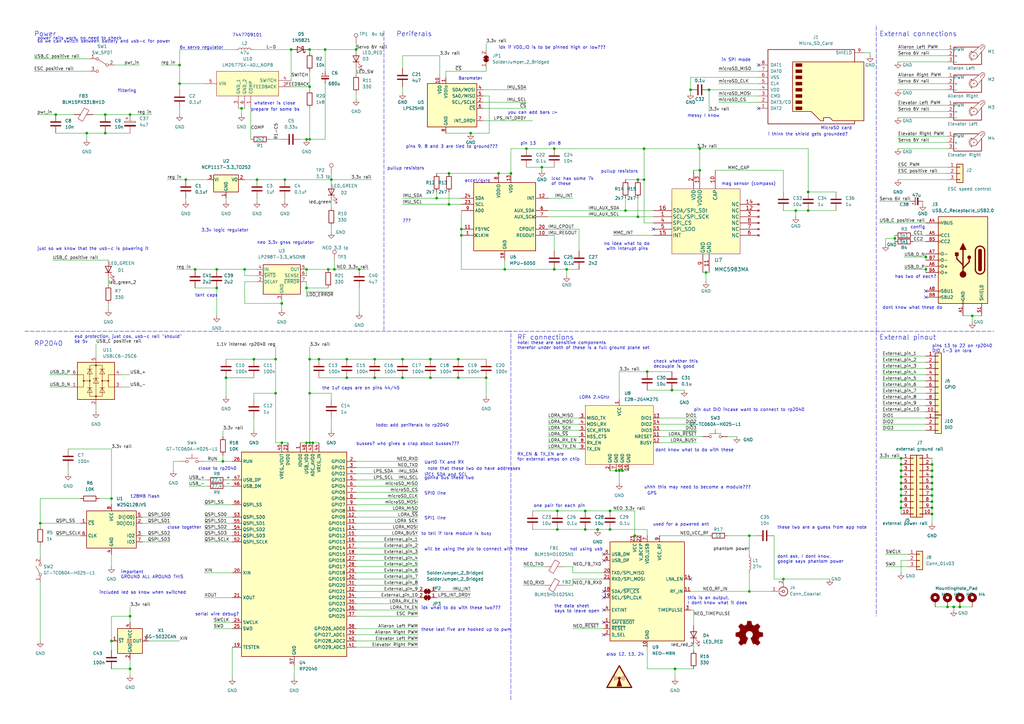
<source format=kicad_sch>
(kicad_sch (version 20211123) (generator eeschema)
  (paper "A3")
  (title_block (title "Engineering 2023 UAV flight controller") (date "2023-03-21") (rev "1") (company "Mann co."))
  (junction (at 382.27 200.66))
  (junction (at 184.15 83.82))
  (junction (at 99.06 44.45))
  (junction (at 199.39 154.94))
  (junction (at 382.27 193.04))
  (junction (at 92.71 154.94))
  (junction (at 382.27 208.28))
  (junction (at 125.73 57.15))
  (junction (at 119.38 20.32))
  (junction (at 127 35.56))
  (junction (at 153.67 154.94))
  (junction (at 261.62 73.66))
  (junction (at 53.34 46.99))
  (junction (at 165.1 154.94))
  (junction (at 53.34 274.32))
  (junction (at 189.23 96.52))
  (junction (at 189.23 93.98))
  (junction (at 45.72 262.89))
  (junction (at 227.33 60.96))
  (junction (at 209.55 71.12))
  (junction (at 100.33 110.49))
  (junction (at 265.43 152.4))
  (junction (at 276.86 274.32))
  (junction (at 382.27 195.58))
  (junction (at 369.57 190.5))
  (junction (at 260.35 219.71))
  (junction (at 127 181.61))
  (junction (at 369.57 187.96))
  (junction (at 228.6 209.55))
  (junction (at 176.53 147.32))
  (junction (at 290.83 36.83))
  (junction (at 187.96 154.94))
  (junction (at 133.35 20.32))
  (junction (at 80.01 110.49))
  (junction (at 184.15 71.12))
  (junction (at 91.44 189.23))
  (junction (at 207.01 110.49))
  (junction (at 250.19 217.17))
  (junction (at 369.57 208.28))
  (junction (at 204.47 71.12))
  (junction (at 125.73 110.49))
  (junction (at 382.27 210.82))
  (junction (at 331.47 78.74))
  (junction (at 222.25 68.58))
  (junction (at 321.31 237.49))
  (junction (at 16.51 214.63))
  (junction (at 187.96 147.32))
  (junction (at 287.02 69.85))
  (junction (at 307.34 219.71))
  (junction (at 125.73 118.11))
  (junction (at 264.16 60.96))
  (junction (at 43.18 54.61))
  (junction (at 135.89 73.66))
  (junction (at 128.27 181.61))
  (junction (at 245.11 217.17))
  (junction (at 134.62 110.49))
  (junction (at 379.73 110.49))
  (junction (at 115.57 181.61))
  (junction (at 179.07 81.28))
  (junction (at 240.03 209.55))
  (junction (at 398.78 129.54))
  (junction (at 73.66 26.67))
  (junction (at 382.27 205.74))
  (junction (at 130.81 147.32))
  (junction (at 176.53 154.94))
  (junction (at 289.56 111.76))
  (junction (at 252.73 193.04))
  (junction (at 76.2 73.66))
  (junction (at 369.57 200.66))
  (junction (at 369.57 205.74))
  (junction (at 275.59 160.02))
  (junction (at 53.34 252.73))
  (junction (at 254 193.04))
  (junction (at 73.66 34.29))
  (junction (at 369.57 198.12))
  (junction (at 104.14 147.32))
  (junction (at 35.56 54.61))
  (junction (at 379.73 105.41))
  (junction (at 88.9 110.49))
  (junction (at 391.16 248.92))
  (junction (at 22.86 46.99))
  (junction (at 232.41 110.49))
  (junction (at 261.62 88.9))
  (junction (at 115.57 124.46))
  (junction (at 137.16 110.49))
  (junction (at 388.62 248.92))
  (junction (at 256.54 86.36))
  (junction (at 127 147.32))
  (junction (at 307.34 242.57))
  (junction (at 142.24 154.94))
  (junction (at 393.7 248.92))
  (junction (at 367.03 97.79))
  (junction (at 125.73 181.61))
  (junction (at 88.9 118.11))
  (junction (at 113.03 147.32))
  (junction (at 142.24 147.32))
  (junction (at 240.03 217.17))
  (junction (at 147.32 110.49))
  (junction (at 382.27 198.12))
  (junction (at 369.57 195.58))
  (junction (at 227.33 110.49))
  (junction (at 105.41 73.66))
  (junction (at 193.04 54.61))
  (junction (at 255.27 193.04))
  (junction (at 146.05 20.32))
  (junction (at 228.6 217.17))
  (junction (at 43.18 46.99))
  (junction (at 127 57.15))
  (junction (at 369.57 193.04))
  (junction (at 116.84 73.66))
  (junction (at 215.9 60.96))
  (junction (at 264.16 73.66))
  (junction (at 287.02 60.96))
  (junction (at 165.1 147.32))
  (junction (at 326.39 86.36))
  (junction (at 45.72 204.47))
  (junction (at 127 20.32))
  (junction (at 382.27 203.2))
  (junction (at 153.67 147.32))
  (junction (at 369.57 203.2))
  (junction (at 382.27 190.5))
  (junction (at 113.03 161.29))
  (junction (at 127 161.29))
  (junction (at 250.19 209.55))
  (junction (at 283.21 36.83))
  (junction (at 331.47 86.36))
  (no_connect (at 247.65 255.27))
  (no_connect (at 379.73 119.38))
  (no_connect (at 379.73 121.92))
  (no_connect (at 311.15 26.67))
  (no_connect (at 311.15 44.45))
  (no_connect (at 247.65 260.35))
  (no_connect (at 247.65 245.11))
  (no_connect (at 247.65 242.57))
  (no_connect (at 247.65 250.19))
  (no_connect (at 283.21 237.49))
  (no_connect (at 267.97 93.98))
  (no_connect (at 247.65 229.87))
  (no_connect (at 247.65 227.33))
  (wire (pts (xy 215.9 60.96) (xy 209.55 60.96)))
  (wire (pts (xy 369.57 198.12) (xy 369.57 200.66)))
  (wire (pts (xy 125.73 118.11) (xy 125.73 121.92)))
  (wire (pts (xy 102.87 44.45) (xy 102.87 57.15)))
  (wire (pts (xy 16.51 228.6) (xy 16.51 223.52)))
  (wire (pts (xy 73.66 189.23) (xy 71.12 189.23)))
  (wire (pts (xy 127 20.32) (xy 133.35 20.32)))
  (wire (pts (xy 113.03 142.24) (xy 113.03 147.32)))
  (wire (pts (xy 128.27 181.61) (xy 130.81 181.61)))
  (wire (pts (xy 198.12 39.37) (xy 200.66 39.37)))
  (wire (pts (xy 179.07 81.28) (xy 189.23 81.28)))
  (wire (pts (xy 222.25 69.85) (xy 222.25 68.58)))
  (wire (pts (xy 146.05 240.03) (xy 171.45 240.03)))
  (wire (pts (xy 209.55 60.96) (xy 209.55 71.12)))
  (wire (pts (xy 391.16 248.92) (xy 393.7 248.92)))
  (wire (pts (xy 228.6 209.55) (xy 240.03 209.55)))
  (wire (pts (xy 198.12 41.91) (xy 215.9 41.91)))
  (wire (pts (xy 125.73 181.61) (xy 127 181.61)))
  (wire (pts (xy 33.02 204.47) (xy 16.51 204.47)))
  (wire (pts (xy 224.79 179.07) (xy 237.49 179.07)))
  (wire (pts (xy 83.82 212.09) (xy 95.25 212.09)))
  (wire (pts (xy 135.89 92.71) (xy 135.89 95.25)))
  (wire (pts (xy 115.57 181.61) (xy 118.11 181.61)))
  (wire (pts (xy 265.43 160.02) (xy 275.59 160.02)))
  (wire (pts (xy 27.94 191.77) (xy 27.94 194.31)))
  (wire (pts (xy 298.45 179.07) (xy 302.26 179.07)))
  (wire (pts (xy 20.32 158.75) (xy 29.21 158.75)))
  (wire (pts (xy 307.34 219.71) (xy 309.88 219.71)))
  (wire (pts (xy 224.79 176.53) (xy 237.49 176.53)))
  (wire (pts (xy 363.22 232.41) (xy 372.11 232.41)))
  (wire (pts (xy 368.3 55.88) (xy 388.62 55.88)))
  (wire (pts (xy 16.51 215.9) (xy 16.51 214.63)))
  (wire (pts (xy 76.2 73.66) (xy 85.09 73.66)))
  (wire (pts (xy 374.65 96.52) (xy 379.73 96.52)))
  (wire (pts (xy 224.79 171.45) (xy 237.49 171.45)))
  (wire (pts (xy 368.3 36.83) (xy 388.62 36.83)))
  (wire (pts (xy 116.84 73.66) (xy 135.89 73.66)))
  (wire (pts (xy 250.19 217.17) (xy 265.43 217.17)))
  (wire (pts (xy 199.39 17.78) (xy 199.39 20.32)))
  (wire (pts (xy 83.82 219.71) (xy 95.25 219.71)))
  (wire (pts (xy 91.44 176.53) (xy 91.44 179.07)))
  (wire (pts (xy 370.84 110.49) (xy 379.73 110.49)))
  (wire (pts (xy 146.05 250.19) (xy 171.45 250.19)))
  (wire (pts (xy 125.73 110.49) (xy 134.62 110.49)))
  (wire (pts (xy 189.23 110.49) (xy 207.01 110.49)))
  (wire (pts (xy 135.89 73.66) (xy 152.4 73.66)))
  (wire (pts (xy 165.1 81.28) (xy 179.07 81.28)))
  (wire (pts (xy 368.3 68.58) (xy 388.62 68.58)))
  (wire (pts (xy 207.01 110.49) (xy 207.01 106.68)))
  (wire (pts (xy 234.95 257.81) (xy 247.65 257.81)))
  (wire (pts (xy 46.99 26.67) (xy 57.15 26.67)))
  (polyline (pts (xy 10.16 135.89) (xy 209.55 135.89)))
  (wire (pts (xy 307.34 242.57) (xy 316.23 242.57)))
  (wire (pts (xy 45.72 227.33) (xy 45.72 232.41)))
  (wire (pts (xy 361.95 151.13) (xy 379.73 151.13)))
  (polyline (pts (xy 157.48 12.7) (xy 157.48 135.89)))
  (wire (pts (xy 224.79 88.9) (xy 261.62 88.9)))
  (wire (pts (xy 45.72 252.73) (xy 53.34 252.73)))
  (wire (pts (xy 369.57 195.58) (xy 369.57 198.12)))
  (wire (pts (xy 224.79 181.61) (xy 237.49 181.61)))
  (wire (pts (xy 289.56 115.57) (xy 289.56 111.76)))
  (wire (pts (xy 283.21 38.1) (xy 283.21 36.83)))
  (wire (pts (xy 227.33 102.87) (xy 227.33 96.52)))
  (wire (pts (xy 232.41 110.49) (xy 237.49 110.49)))
  (wire (pts (xy 125.73 118.11) (xy 125.73 115.57)))
  (wire (pts (xy 43.18 54.61) (xy 53.34 54.61)))
  (wire (pts (xy 290.83 36.83) (xy 311.15 36.83)))
  (wire (pts (xy 368.3 22.86) (xy 388.62 22.86)))
  (wire (pts (xy 127 35.56) (xy 127 29.21)))
  (wire (pts (xy 398.78 129.54) (xy 402.59 129.54)))
  (wire (pts (xy 393.7 248.92) (xy 398.78 248.92)))
  (wire (pts (xy 270.51 176.53) (xy 285.75 176.53)))
  (wire (pts (xy 379.73 104.14) (xy 379.73 105.41)))
  (wire (pts (xy 227.33 60.96) (xy 264.16 60.96)))
  (wire (pts (xy 146.05 229.87) (xy 171.45 229.87)))
  (wire (pts (xy 165.1 83.82) (xy 184.15 83.82)))
  (wire (pts (xy 287.02 60.96) (xy 331.47 60.96)))
  (wire (pts (xy 133.35 34.29) (xy 133.35 57.15)))
  (wire (pts (xy 261.62 81.28) (xy 261.62 88.9)))
  (wire (pts (xy 104.14 171.45) (xy 104.14 176.53)))
  (wire (pts (xy 147.32 110.49) (xy 151.13 110.49)))
  (wire (pts (xy 147.32 118.11) (xy 147.32 128.27)))
  (wire (pts (xy 73.66 36.83) (xy 73.66 34.29)))
  (wire (pts (xy 88.9 118.11) (xy 88.9 129.54)))
  (wire (pts (xy 87.63 257.81) (xy 95.25 257.81)))
  (wire (pts (xy 146.05 237.49) (xy 171.45 237.49)))
  (wire (pts (xy 361.95 156.21) (xy 379.73 156.21)))
  (wire (pts (xy 146.05 38.1) (xy 146.05 40.64)))
  (wire (pts (xy 113.03 147.32) (xy 113.03 161.29)))
  (wire (pts (xy 270.51 179.07) (xy 288.29 179.07)))
  (wire (pts (xy 368.3 60.96) (xy 388.62 60.96)))
  (wire (pts (xy 270.51 181.61) (xy 285.75 181.61)))
  (wire (pts (xy 294.64 41.91) (xy 311.15 41.91)))
  (wire (pts (xy 307.34 234.95) (xy 307.34 242.57)))
  (wire (pts (xy 127 161.29) (xy 127 181.61)))
  (wire (pts (xy 368.3 34.29) (xy 388.62 34.29)))
  (wire (pts (xy 92.71 199.39) (xy 95.25 199.39)))
  (wire (pts (xy 45.72 184.15) (xy 45.72 204.47)))
  (wire (pts (xy 100.33 110.49) (xy 105.41 110.49)))
  (wire (pts (xy 73.66 26.67) (xy 73.66 34.29)))
  (wire (pts (xy 198.12 36.83) (xy 215.9 36.83)))
  (wire (pts (xy 284.48 264.16) (xy 284.48 266.7)))
  (wire (pts (xy 234.95 232.41) (xy 231.14 232.41)))
  (wire (pts (xy 43.18 46.99) (xy 53.34 46.99)))
  (wire (pts (xy 369.57 187.96) (xy 369.57 190.5)))
  (wire (pts (xy 250.19 209.55) (xy 260.35 209.55)))
  (polyline (pts (xy 359.41 135.89) (xy 359.41 252.73)))
  (wire (pts (xy 367.03 97.79) (xy 367.03 99.06)))
  (wire (pts (xy 115.57 124.46) (xy 115.57 127)))
  (wire (pts (xy 142.24 147.32) (xy 153.67 147.32)))
  (wire (pts (xy 127 161.29) (xy 135.89 161.29)))
  (wire (pts (xy 92.71 81.28) (xy 92.71 82.55)))
  (wire (pts (xy 234.95 237.49) (xy 247.65 237.49)))
  (wire (pts (xy 369.57 208.28) (xy 369.57 210.82)))
  (wire (pts (xy 363.22 97.79) (xy 367.03 97.79)))
  (wire (pts (xy 127 57.15) (xy 133.35 57.15)))
  (wire (pts (xy 125.73 110.49) (xy 125.73 113.03)))
  (wire (pts (xy 368.3 48.26) (xy 388.62 48.26)))
  (wire (pts (xy 369.57 193.04) (xy 369.57 195.58)))
  (wire (pts (xy 189.23 86.36) (xy 189.23 93.98)))
  (wire (pts (xy 321.31 237.49) (xy 340.36 237.49)))
  (wire (pts (xy 77.47 199.39) (xy 85.09 199.39)))
  (wire (pts (xy 270.51 171.45) (xy 285.75 171.45)))
  (wire (pts (xy 354.33 21.59) (xy 356.87 21.59)))
  (wire (pts (xy 133.35 20.32) (xy 133.35 29.21)))
  (wire (pts (xy 53.34 274.32) (xy 53.34 276.86)))
  (wire (pts (xy 182.88 29.21) (xy 182.88 31.75)))
  (wire (pts (xy 265.43 219.71) (xy 265.43 217.17)))
  (wire (pts (xy 130.81 154.94) (xy 142.24 154.94)))
  (wire (pts (xy 165.1 147.32) (xy 176.53 147.32)))
  (wire (pts (xy 105.41 115.57) (xy 100.33 115.57)))
  (wire (pts (xy 270.51 173.99) (xy 285.75 173.99)))
  (wire (pts (xy 38.1 46.99) (xy 43.18 46.99)))
  (wire (pts (xy 123.19 57.15) (xy 125.73 57.15)))
  (wire (pts (xy 218.44 209.55) (xy 228.6 209.55)))
  (wire (pts (xy 83.82 234.95) (xy 95.25 234.95)))
  (wire (pts (xy 80.01 118.11) (xy 88.9 118.11)))
  (wire (pts (xy 153.67 147.32) (xy 165.1 147.32)))
  (wire (pts (xy 227.33 110.49) (xy 232.41 110.49)))
  (wire (pts (xy 184.15 71.12) (xy 204.47 71.12)))
  (wire (pts (xy 369.57 190.5) (xy 369.57 193.04)))
  (wire (pts (xy 326.39 86.36) (xy 331.47 86.36)))
  (wire (pts (xy 265.43 265.43) (xy 265.43 274.32)))
  (wire (pts (xy 87.63 255.27) (xy 95.25 255.27)))
  (wire (pts (xy 256.54 81.28) (xy 256.54 86.36)))
  (wire (pts (xy 146.05 191.77) (xy 171.45 191.77)))
  (wire (pts (xy 256.54 73.66) (xy 261.62 73.66)))
  (wire (pts (xy 374.65 99.06) (xy 379.73 99.06)))
  (wire (pts (xy 382.27 200.66) (xy 382.27 203.2)))
  (wire (pts (xy 146.05 234.95) (xy 171.45 234.95)))
  (wire (pts (xy 165.1 35.56) (xy 165.1 38.1)))
  (wire (pts (xy 383.54 248.92) (xy 388.62 248.92)))
  (wire (pts (xy 382.27 195.58) (xy 382.27 198.12)))
  (wire (pts (xy 83.82 214.63) (xy 95.25 214.63)))
  (wire (pts (xy 361.95 153.67) (xy 379.73 153.67)))
  (wire (pts (xy 88.9 110.49) (xy 100.33 110.49)))
  (wire (pts (xy 388.62 248.92) (xy 391.16 248.92)))
  (wire (pts (xy 252.73 193.04) (xy 254 193.04)))
  (wire (pts (xy 146.05 207.01) (xy 171.45 207.01)))
  (wire (pts (xy 182.88 29.21) (xy 199.39 29.21)))
  (wire (pts (xy 83.82 222.25) (xy 95.25 222.25)))
  (wire (pts (xy 180.34 22.86) (xy 180.34 31.75)))
  (wire (pts (xy 146.05 199.39) (xy 171.45 199.39)))
  (wire (pts (xy 361.95 158.75) (xy 379.73 158.75)))
  (wire (pts (xy 234.95 234.95) (xy 234.95 232.41)))
  (wire (pts (xy 83.82 245.11) (xy 95.25 245.11)))
  (wire (pts (xy 123.19 181.61) (xy 125.73 181.61)))
  (wire (pts (xy 199.39 154.94) (xy 199.39 162.56)))
  (wire (pts (xy 137.16 106.68) (xy 137.16 110.49)))
  (wire (pts (xy 115.57 123.19) (xy 115.57 124.46)))
  (wire (pts (xy 382.27 205.74) (xy 382.27 208.28)))
  (wire (pts (xy 72.39 110.49) (xy 80.01 110.49)))
  (wire (pts (xy 367.03 96.52) (xy 367.03 97.79)))
  (wire (pts (xy 146.05 232.41) (xy 171.45 232.41)))
  (wire (pts (xy 275.59 160.02) (xy 280.67 160.02)))
  (wire (pts (xy 261.62 88.9) (xy 267.97 88.9)))
  (wire (pts (xy 321.31 69.85) (xy 321.31 78.74)))
  (wire (pts (xy 290.83 36.83) (xy 290.83 45.72)))
  (wire (pts (xy 146.05 224.79) (xy 171.45 224.79)))
  (polyline (pts (xy 359.41 135.89) (xy 359.41 10.16)))
  (wire (pts (xy 284.48 69.85) (xy 287.02 69.85)))
  (wire (pts (xy 382.27 208.28) (xy 382.27 210.82)))
  (wire (pts (xy 127 147.32) (xy 130.81 147.32)))
  (wire (pts (xy 134.62 110.49) (xy 137.16 110.49)))
  (wire (pts (xy 260.35 209.55) (xy 260.35 219.71)))
  (wire (pts (xy 363.22 100.33) (xy 363.22 97.79)))
  (wire (pts (xy 218.44 217.17) (xy 228.6 217.17)))
  (wire (pts (xy 227.33 60.96) (xy 215.9 60.96)))
  (wire (pts (xy 264.16 60.96) (xy 287.02 60.96)))
  (wire (pts (xy 127 142.24) (xy 127 147.32)))
  (wire (pts (xy 294.64 39.37) (xy 311.15 39.37)))
  (wire (pts (xy 22.86 54.61) (xy 35.56 54.61)))
  (wire (pts (xy 214.63 232.41) (xy 223.52 232.41)))
  (wire (pts (xy 326.39 86.36) (xy 326.39 88.9)))
  (wire (pts (xy 73.66 44.45) (xy 73.66 46.99)))
  (wire (pts (xy 35.56 54.61) (xy 35.56 57.15)))
  (polyline (pts (xy 208.28 135.89) (xy 407.67 135.89)))
  (wire (pts (xy 146.05 247.65) (xy 171.45 247.65)))
  (wire (pts (xy 165.1 154.94) (xy 176.53 154.94)))
  (wire (pts (xy 368.3 45.72) (xy 388.62 45.72)))
  (wire (pts (xy 368.3 58.42) (xy 388.62 58.42)))
  (wire (pts (xy 53.34 46.99) (xy 62.23 46.99)))
  (wire (pts (xy 293.37 69.85) (xy 321.31 69.85)))
  (wire (pts (xy 361.95 168.91) (xy 379.73 168.91)))
  (wire (pts (xy 204.47 71.12) (xy 209.55 71.12)))
  (wire (pts (xy 256.54 86.36) (xy 267.97 86.36)))
  (wire (pts (xy 71.12 189.23) (xy 71.12 193.04)))
  (wire (pts (xy 283.21 36.83) (xy 283.21 31.75)))
  (wire (pts (xy 104.14 161.29) (xy 113.03 161.29)))
  (wire (pts (xy 146.05 265.43) (xy 171.45 265.43)))
  (wire (pts (xy 184.15 83.82) (xy 189.23 83.82)))
  (wire (pts (xy 76.2 82.55) (xy 76.2 81.28)))
  (wire (pts (xy 368.3 31.75) (xy 388.62 31.75)))
  (wire (pts (xy 105.41 73.66) (xy 116.84 73.66)))
  (wire (pts (xy 363.22 227.33) (xy 372.11 227.33)))
  (wire (pts (xy 73.66 34.29) (xy 83.82 34.29)))
  (wire (pts (xy 135.89 73.66) (xy 135.89 74.93)))
  (wire (pts (xy 276.86 274.32) (xy 276.86 278.13)))
  (wire (pts (xy 99.06 44.45) (xy 100.33 44.45)))
  (wire (pts (xy 228.6 217.17) (xy 240.03 217.17)))
  (wire (pts (xy 176.53 147.32) (xy 187.96 147.32)))
  (wire (pts (xy 53.34 270.51) (xy 53.34 274.32)))
  (wire (pts (xy 146.05 204.47) (xy 171.45 204.47)))
  (wire (pts (xy 146.05 245.11) (xy 171.45 245.11)))
  (wire (pts (xy 135.89 82.55) (xy 135.89 85.09)))
  (wire (pts (xy 368.3 43.18) (xy 388.62 43.18)))
  (wire (pts (xy 135.89 71.12) (xy 135.89 73.66)))
  (wire (pts (xy 100.33 73.66) (xy 105.41 73.66)))
  (wire (pts (xy 382.27 193.04) (xy 382.27 195.58)))
  (wire (pts (xy 224.79 173.99) (xy 237.49 173.99)))
  (wire (pts (xy 104.14 147.32) (xy 92.71 147.32)))
  (wire (pts (xy 125.73 57.15) (xy 127 57.15)))
  (wire (pts (xy 146.05 257.81) (xy 171.45 257.81)))
  (wire (pts (xy 240.03 209.55) (xy 250.19 209.55)))
  (wire (pts (xy 40.64 204.47) (xy 45.72 204.47)))
  (wire (pts (xy 245.11 217.17) (xy 250.19 217.17)))
  (wire (pts (xy 382.27 198.12) (xy 382.27 200.66)))
  (wire (pts (xy 146.05 209.55) (xy 171.45 209.55)))
  (wire (pts (xy 179.07 245.11) (xy 193.04 245.11)))
  (wire (pts (xy 22.86 219.71) (xy 33.02 219.71)))
  (wire (pts (xy 331.47 78.74) (xy 342.9 78.74)))
  (wire (pts (xy 99.06 44.45) (xy 99.06 46.99)))
  (wire (pts (xy 261.62 73.66) (xy 264.16 73.66)))
  (wire (pts (xy 120.65 273.05) (xy 120.65 278.13)))
  (wire (pts (xy 127 181.61) (xy 128.27 181.61)))
  (wire (pts (xy 127 147.32) (xy 127 161.29)))
  (wire (pts (xy 254 193.04) (xy 255.27 193.04)))
  (wire (pts (xy 127 35.56) (xy 127 36.83)))
  (wire (pts (xy 119.38 35.56) (xy 127 35.56)))
  (wire (pts (xy 58.42 222.25) (xy 69.85 222.25)))
  (wire (pts (xy 276.86 274.32) (xy 284.48 274.32)))
  (wire (pts (xy 270.51 219.71) (xy 290.83 219.71)))
  (wire (pts (xy 391.16 250.19) (xy 391.16 248.92)))
  (wire (pts (xy 264.16 91.44) (xy 264.16 73.66)))
  (wire (pts (xy 135.89 163.83) (xy 135.89 161.29)))
  (wire (pts (xy 45.72 274.32) (xy 53.34 274.32)))
  (wire (pts (xy 307.34 219.71) (xy 307.34 227.33)))
  (wire (pts (xy 369.57 205.74) (xy 369.57 208.28)))
  (wire (pts (xy 176.53 154.94) (xy 187.96 154.94)))
  (wire (pts (xy 92.71 154.94) (xy 92.71 162.56)))
  (wire (pts (xy 133.35 20.32) (xy 146.05 20.32)))
  (wire (pts (xy 66.04 26.67) (xy 73.66 26.67)))
  (wire (pts (xy 298.45 219.71) (xy 307.34 219.71)))
  (wire (pts (xy 100.33 113.03) (xy 100.33 110.49)))
  (wire (pts (xy 368.3 71.12) (xy 388.62 71.12)))
  (wire (pts (xy 199.39 27.94) (xy 199.39 29.21)))
  (wire (pts (xy 294.64 34.29) (xy 311.15 34.29)))
  (wire (pts (xy 44.45 114.3) (xy 44.45 116.84)))
  (wire (pts (xy 372.11 229.87) (xy 369.57 229.87)))
  (wire (pts (xy 321.31 86.36) (xy 326.39 86.36)))
  (wire (pts (xy 130.81 147.32) (xy 142.24 147.32)))
  (wire (pts (xy 127 20.32) (xy 127 21.59)))
  (wire (pts (xy 116.84 81.28) (xy 116.84 82.55)))
  (wire (pts (xy 361.95 161.29) (xy 379.73 161.29)))
  (wire (pts (xy 179.07 78.74) (xy 179.07 81.28)))
  (wire (pts (xy 146.05 219.71) (xy 171.45 219.71)))
  (wire (pts (xy 234.95 240.03) (xy 234.95 237.49)))
  (wire (pts (xy 146.05 212.09) (xy 171.45 212.09)))
  (wire (pts (xy 146.05 189.23) (xy 171.45 189.23)))
  (wire (pts (xy 361.95 148.59) (xy 379.73 148.59)))
  (wire (pts (xy 146.05 27.94) (xy 146.05 30.48)))
  (wire (pts (xy 146.05 201.93) (xy 171.45 201.93)))
  (wire (pts (xy 13.97 24.13) (xy 36.83 24.13)))
  (wire (pts (xy 382.27 187.96) (xy 382.27 190.5)))
  (wire (pts (xy 105.41 113.03) (xy 100.33 113.03)))
  (wire (pts (xy 370.84 105.41) (xy 379.73 105.41)))
  (wire (pts (xy 20.32 153.67) (xy 29.21 153.67)))
  (wire (pts (xy 224.79 93.98) (xy 237.49 93.98)))
  (wire (pts (xy 146.05 214.63) (xy 171.45 214.63)))
  (wire (pts (xy 39.37 166.37) (xy 39.37 168.91)))
  (wire (pts (xy 283.21 31.75) (xy 311.15 31.75)))
  (wire (pts (xy 45.72 262.89) (xy 45.72 266.7)))
  (wire (pts (xy 127 44.45) (xy 127 57.15)))
  (wire (pts (xy 360.68 91.44) (xy 379.73 91.44)))
  (wire (pts (xy 398.78 132.08) (xy 398.78 129.54)))
  (wire (pts (xy 254 152.4) (xy 265.43 152.4)))
  (wire (pts (xy 200.66 39.37) (xy 200.66 54.61)))
  (wire (pts (xy 39.37 140.97) (xy 39.37 146.05)))
  (wire (pts (xy 207.01 110.49) (xy 227.33 110.49)))
  (wire (pts (xy 361.95 163.83) (xy 379.73 163.83)))
  (wire (pts (xy 368.3 20.32) (xy 388.62 20.32)))
  (wire (pts (xy 73.66 20.32) (xy 96.52 20.32)))
  (wire (pts (xy 289.56 111.76) (xy 288.29 111.76)))
  (wire (pts (xy 237.49 93.98) (xy 237.49 102.87)))
  (polyline (pts (xy 209.55 287.02) (xy 209.55 135.89)))
  (wire (pts (xy 193.04 54.61) (xy 182.88 54.61)))
  (wire (pts (xy 369.57 229.87) (xy 369.57 234.95)))
  (wire (pts (xy 83.82 207.01) (xy 95.25 207.01)))
  (wire (pts (xy 200.66 54.61) (xy 193.04 54.61)))
  (wire (pts (xy 265.43 274.32) (xy 276.86 274.32)))
  (wire (pts (xy 231.14 240.03) (xy 234.95 240.03)))
  (wire (pts (xy 224.79 184.15) (xy 237.49 184.15)))
  (wire (pts (xy 146.05 17.78) (xy 146.05 20.32)))
  (wire (pts (xy 284.48 250.19) (xy 284.48 256.54)))
  (wire (pts (xy 53.34 248.92) (xy 53.34 252.73)))
  (wire (pts (xy 356.87 21.59) (xy 356.87 22.86)))
  (wire (pts (xy 165.1 22.86) (xy 180.34 22.86)))
  (wire (pts (xy 53.34 252.73) (xy 53.34 255.27)))
  (wire (pts (xy 97.79 44.45) (xy 99.06 44.45)))
  (wire (pts (xy 361.95 173.99) (xy 379.73 173.99)))
  (wire (pts (xy 369.57 203.2) (xy 369.57 205.74)))
  (wire (pts (xy 113.03 161.29) (xy 113.03 181.61)))
  (wire (pts (xy 198.12 49.53) (xy 218.44 49.53)))
  (wire (pts (xy 360.68 82.55) (xy 373.38 82.55)))
  (wire (pts (xy 394.97 129.54) (xy 398.78 129.54)))
  (wire (pts (xy 92.71 196.85) (xy 95.25 196.85)))
  (wire (pts (xy 45.72 204.47) (xy 45.72 207.01)))
  (wire (pts (xy 13.97 29.21) (xy 36.83 29.21)))
  (wire (pts (xy 146.05 222.25) (xy 171.45 222.25)))
  (wire (pts (xy 16.51 204.47) (xy 16.51 214.63)))
  (wire (pts (xy 15.24 46.99) (xy 22.86 46.99)))
  (wire (pts (xy 267.97 91.44) (xy 264.16 91.44)))
  (wire (pts (xy 187.96 154.94) (xy 199.39 154.94)))
  (wire (pts (xy 73.66 20.32) (xy 73.66 26.67)))
  (wire (pts (xy 254 152.4) (xy 254 163.83)))
  (wire (pts (xy 92.71 154.94) (xy 104.14 154.94)))
  (wire (pts (xy 294.64 29.21) (xy 311.15 29.21)))
  (wire (pts (xy 21.59 106.68) (xy 44.45 106.68)))
  (wire (pts (xy 113.03 147.32) (xy 104.14 147.32)))
  (wire (pts (xy 45.72 252.73) (xy 45.72 262.89)))
  (wire (pts (xy 222.25 68.58) (xy 227.33 68.58)))
  (wire (pts (xy 382.27 210.82) (xy 382.27 214.63)))
  (wire (pts (xy 317.5 219.71) (xy 317.5 237.49)))
  (wire (pts (xy 283.21 242.57) (xy 307.34 242.57)))
  (wire (pts (xy 369.57 200.66) (xy 369.57 203.2)))
  (wire (pts (xy 378.46 82.55) (xy 378.46 83.82)))
  (wire (pts (xy 27.94 184.15) (xy 45.72 184.15)))
  (wire (pts (xy 68.58 73.66) (xy 76.2 73.66)))
  (wire (pts (xy 146.05 242.57) (xy 171.45 242.57)))
  (wire (pts (xy 104.14 20.32) (xy 119.38 20.32)))
  (wire (pts (xy 317.5 237.49) (xy 321.31 237.49)))
  (wire (pts (xy 255.27 193.04) (xy 257.81 193.04)))
  (wire (pts (xy 113.03 181.61) (xy 115.57 181.61)))
  (wire (pts (xy 146.05 227.33) (xy 171.45 227.33)))
  (wire (pts (xy 135.89 171.45) (xy 135.89 176.53)))
  (wire (pts (xy 240.03 217.17) (xy 245.11 217.17)))
  (wire (pts (xy 49.53 158.75) (xy 53.34 158.75)))
  (wire (pts (xy 146.05 262.89) (xy 171.45 262.89)))
  (wire (pts (xy 100.33 115.57) (xy 100.33 124.46)))
  (wire (pts (xy 379.73 105.41) (xy 379.73 106.68)))
  (wire (pts (xy 80.01 110.49) (xy 88.9 110.49)))
  (wire (pts (xy 379.73 109.22) (xy 379.73 110.49)))
  (wire (pts (xy 260.35 219.71) (xy 262.89 219.71)))
  (wire (pts (xy 331.47 86.36) (xy 342.9 86.36)))
  (wire (pts (xy 368.3 73.66) (xy 388.62 73.66)))
  (wire (pts (xy 104.14 163.83) (xy 104.14 161.29)))
  (wire (pts (xy 361.95 176.53) (xy 379.73 176.53)))
  (wire (pts (xy 146.05 217.17) (xy 171.45 217.17)))
  (wire (pts (xy 361.95 166.37) (xy 379.73 166.37)))
  (wire (pts (xy 105.41 81.28) (xy 105.41 82.55)))
  (wire (pts (xy 382.27 190.5) (xy 382.27 193.04)))
  (wire (pts (xy 224.79 86.36) (xy 256.54 86.36)))
  (wire (pts (xy 49.53 153.67) (xy 53.34 153.67)))
  (wire (pts (xy 58.42 212.09) (xy 69.85 212.09)))
  (wire (pts (xy 187.96 147.32) (xy 199.39 147.32)))
  (wire (pts (xy 214.63 240.03) (xy 223.52 240.03)))
  (wire (pts (xy 224.79 81.28) (xy 234.95 81.28)))
  (wire (pts (xy 119.38 20.32) (xy 119.38 33.02)))
  (wire (pts (xy 83.82 189.23) (xy 91.44 189.23)))
  (wire (pts (xy 331.47 60.96) (xy 331.47 78.74)))
  (wire (pts (xy 16.51 238.76) (xy 16.51 262.89)))
  (wire (pts (xy 234.95 234.95) (xy 247.65 234.95)))
  (wire (pts (xy 95.25 265.43) (xy 95.25 278.13)))
  (wire (pts (xy 165.1 27.94) (xy 165.1 22.86)))
  (wire (pts (xy 227.33 96.52) (xy 224.79 96.52)))
  (wire (pts (xy 16.51 214.63) (xy 33.02 214.63)))
  (wire (pts (xy 287.02 69.85) (xy 287.02 60.96)))
  (wire (pts (xy 215.9 68.58) (xy 222.25 68.58)))
  (wire (pts (xy 250.19 193.04) (xy 252.73 193.04)))
  (wire (pts (xy 137.16 110.49) (xy 147.32 110.49)))
  (wire (pts (xy 361.95 171.45) (xy 379.73 171.45)))
  (wire (pts (xy 382.27 203.2) (xy 382.27 205.74)))
  (wire (pts (xy 134.62 118.11) (xy 125.73 118.11)))
  (wire (pts (xy 100.33 124.46) (xy 115.57 124.46)))
  (wire (pts (xy 368.3 25.4) (xy 388.62 25.4)))
  (wire (pts (xy 254 193.04) (xy 254 198.12)))
  (wire (pts (xy 361.95 146.05) (xy 379.73 146.05)))
  (wire (pts (xy 58.42 219.71) (xy 69.85 219.71)))
  (wire (pts (xy 198.12 44.45) (xy 215.9 44.45)))
  (wire (pts (xy 91.44 189.23) (xy 95.25 189.23)))
  (wire (pts (xy 110.49 57.15) (xy 115.57 57.15)))
  (wire (pts (xy 35.56 54.61) (xy 43.18 54.61)))
  (wire (pts (xy 265.43 152.4) (xy 275.59 152.4)))
  (wire (pts (xy 251.46 96.52) (xy 267.97 96.52)))
  (wire (pts (xy 179.07 242.57) (xy 193.04 242.57)))
  (wire (pts (xy 22.86 46.99) (xy 30.48 46.99)))
  (wire (pts (xy 232.41 110.49) (xy 232.41 113.03)))
  (wire (pts (xy 179.07 71.12) (xy 184.15 71.12)))
  (wire (pts (xy 264.16 73.66) (xy 264.16 60.96)))
  (wire (pts (xy 379.73 110.49) (xy 379.73 111.76)))
  (wire (pts (xy 283.21 250.19) (xy 284.48 250.19)))
  (wire (pts (xy 146.05 252.73) (xy 171.45 252.73)))
  (wire (pts (xy 184.15 78.74) (xy 184.15 83.82)))
  (wire (pts (xy 58.42 214.63) (xy 69.85 214.63)))
  (wire (pts (xy 77.47 196.85) (xy 85.09 196.85)))
  (wire (pts (xy 91.44 186.69) (xy 91.44 189.23)))
  (wire (pts (xy 83.82 217.17) (xy 95.25 217.17)))
  (wire (pts (xy 189.23 96.52) (xy 189.23 110.49)))
  (wire (pts (xy 146.05 260.35) (xy 171.45 260.35)))
  (wire (pts (xy 189.23 93.98) (xy 189.23 96.52)))
  (wire (pts (xy 146.05 194.31) (xy 171.45 194.31)))
  (wire (pts (xy 153.67 154.94) (xy 165.1 154.94)))
  (wire (pts (xy 289.56 111.76) (xy 290.83 111.76)))
  (wire (pts (xy 142.24 154.94) (xy 153.67 154.94)))
  (wire (pts (xy 60.96 262.89) (xy 73.66 262.89)))
  (wire (pts (xy 360.68 187.96) (xy 369.57 187.96)))
  (wire (pts (xy 146.05 196.85) (xy 171.45 196.85)))
  (wire (pts (xy 44.45 124.46) (xy 44.45 127)))
  (text "lcsc has some 7k\nof these\n" (at 226.06 76.2 0) (effects (font (size 1.27 1.27)) (justify left bottom)))
  (text "you can add bars :>\n" (at 208.28 46.99 0) (effects (font (size 1.27 1.27)) (justify left bottom)))
  (text "pullup resistors\n" (at 246.38 71.12 0) (effects (font (size 1.27 1.27)) (justify left bottom)))
  (text "todo: add periferals to rp2040\n" (at 184.15 175.26 180) (effects (font (size 1.27 1.27)) (justify right bottom)))
  (text "note: these are sensitive components\ntherefor under both of these is a full ground plane set\n" (at 212.09 143.51 0) (effects (font (size 1.27 1.27)) (justify left bottom)))
  (text "esd protection, just cos, usb-c rail \"should\"\nbe 5v\n" (at 30.48 140.97 0) (effects (font (size 1.27 1.27)) (justify left bottom)))
  (text "RF connections" (at 212.09 139.7 0) (effects (font (size 2 2)) (justify left bottom)))
  (text "this is an output,\nI dont know what it does\n\n" (at 281.94 250.19 0) (effects (font (size 1.27 1.27)) (justify left bottom)))
  (text "not using usb\n" (at 233.68 226.06 0) (effects (font (size 1.27 1.27)) (justify left bottom)))
  (text "important\nGROUND ALL AROUND THIS\n" (at 49.53 237.49 0) (effects (font (size 1.27 1.27)) (justify left bottom)))
  (text "External pinout" (at 360.68 139.7 0) (effects (font (size 2 2)) (justify left bottom)))
  (text "has two of each?" (at 367.03 114.3 0) (effects (font (size 1.27 1.27)) (justify left bottom)))
  (text "config" (at 373.38 93.98 0) (effects (font (size 1.27 1.27)) (justify left bottom)))
  (text "close together\n" (at 68.58 217.17 0) (effects (font (size 1.27 1.27)) (justify left bottom)))
  (text "idk what to do with these two???\n" (at 172.72 250.19 0) (effects (font (size 1.27 1.27)) (justify left bottom)))
  (text "pin out DIO incase want to connect to rp2040\n" (at 284.48 168.91 0) (effects (font (size 1.27 1.27)) (justify left bottom)))
  (text "these last five are hooked up to pwm" (at 172.72 259.08 0) (effects (font (size 1.27 1.27)) (justify left bottom)))
  (text "pins 9, 8 and 3 are tied to ground???" (at 166.37 60.96 0) (effects (font (size 1.27 1.27)) (justify left bottom)))
  (text "mag sensor (compass)" (at 295.91 76.2 0) (effects (font (size 1.27 1.27)) (justify left bottom)))
  (text "128MB flash" (at 53.34 204.47 0) (effects (font (size 1.27 1.27)) (justify left bottom)))
  (text "3.3v logic regulator" (at 82.55 95.25 0) (effects (font (size 1.27 1.27)) (justify left bottom)))
  (text "will be using the pio to connect with these\n" (at 173.99 226.06 0) (effects (font (size 1.27 1.27)) (justify left bottom)))
  (text "i think the shield gets grounded?\n" (at 314.96 55.88 0) (effects (font (size 1.27 1.27)) (justify left bottom)))
  (text "switching reg math" (at -82.55 62.23 0) (effects (font (size 1.27 1.27)) (justify left bottom)))
  (text "to tell if lora module is busy \n" (at 172.72 219.71 0) (effects (font (size 1.27 1.27)) (justify left bottom)))
  (text "prepare for some bs" (at 102.87 45.72 0) (effects (font (size 1.27 1.27)) (justify left bottom)))
  (text "pin 13\n" (at 213.36 59.69 0) (effects (font (size 1.27 1.27)) (justify left bottom)))
  (text "power rails work. no need to check\n" (at 15.24 16.51 0) (effects (font (size 1.27 1.27)) (justify left bottom)))
  (text "Uart0 TX and RX" (at 173.99 190.5 0) (effects (font (size 1.27 1.27)) (justify left bottom)))
  (text "Power" (at 13.97 15.24 0) (effects (font (size 2 2)) (justify left bottom)))
  (text "???\n" (at 165.1 91.44 0) (effects (font (size 1.27 1.27)) (justify left bottom)))
  (text "no idea what to do\n with interupt pins\n" (at 247.65 102.87 0) (effects (font (size 1.27 1.27)) (justify left bottom)))
  (text "Periferals " (at 162.56 15.24 0) (effects (font (size 2 2)) (justify left bottom)))
  (text "so we can switch between battery and usb-c for power\n" (at 15.24 17.78 0) (effects (font (size 1.27 1.27)) (justify left bottom)))
  (text "LORA 2.4GHz" (at 237.49 163.83 0) (effects (font (size 1.27 1.27)) (justify left bottom)))
  (text "the data sheet \nsays to leave open\n" (at 227.33 251.46 0) (effects (font (size 1.27 1.27)) (justify left bottom)))
  (text "check whether this\ndecouple is good\n" (at 267.97 151.13 0) (effects (font (size 1.27 1.27)) (justify left bottom)))
  (text "idk if VDD_IO is to be pinned high or low???" (at 204.47 20.32 0) (effects (font (size 1.27 1.27)) (justify left bottom)))
  (text "dont ask, I dont know, \ngoogle says phantom power\n" (at 318.77 231.14 0) (effects (font (size 1.27 1.27)) (justify left bottom)))
  (text "pin 8\n" (at 224.79 59.69 0) (effects (font (size 1.27 1.27)) (justify left bottom)))
  (text "just so we know that the usb-c is powering it\n" (at 15.24 102.87 0) (effects (font (size 1.27 1.27)) (justify left bottom)))
  (text "these two are a guess from app note\n" (at 318.77 217.17 0) (effects (font (size 1.27 1.27)) (justify left bottom)))
  (text "serial wire debug?\n" (at 80.01 252.73 0) (effects (font (size 1.27 1.27)) (justify left bottom)))
  (text "note that these two do have addresses\n" (at 175.26 193.04 0) (effects (font (size 1.27 1.27)) (justify left bottom)))
  (text "uhhh this may need to become a module???\n" (at 264.16 200.66 0) (effects (font (size 1.27 1.27)) (justify left bottom)))
  (text "in SPI mode\n" (at 295.91 25.4 0) (effects (font (size 1.27 1.27)) (justify left bottom)))
  (text "one pair for each pin\n" (at 240.03 208.28 180) (effects (font (size 1.27 1.27)) (justify right bottom)))
  (text "RP2040" (at 13.97 142.24 0) (effects (font (size 2 2)) (justify left bottom)))
  (text "busses? who gives a crap about busses???\n" (at 146.05 182.88 0) (effects (font (size 1.27 1.27)) (justify left bottom)))
  (text "External connections " (at 360.68 15.24 0) (effects (font (size 2 2)) (justify left bottom)))
  (text "MicroSD card" (at 336.55 53.34 0) (effects (font (size 1.27 1.27)) (justify left bottom)))
  (text "SPI0 line" (at 173.99 203.2 0) (effects (font (size 1.27 1.27)) (justify left bottom)))
  (text "included led so know when switched\n" (at 40.64 243.84 0) (effects (font (size 1.27 1.27)) (justify left bottom)))
  (text "6v servo regulator" (at 73.66 20.32 0) (effects (font (size 1.27 1.27)) (justify left bottom)))
  (text "V(out) = 6v\nV(in) = 3.3v\n\nI(Load max) =< (2.1 x V(in))/(v(out))\nI(Load max) =< 1.16A\n\nD(max) =  (v(out)+v(F)-v(in))/(v(out)+v(F)-0.6), V(F) is 0.5\nD(max) = 0.533\n\nET(volts x time) = (D(max)(V(in)-0.6)x10^6)/(52000)\nET = 27.7 \n\nI(ind,dc) = (1.05 x I(load max))/(1-D(max))\nI(indd,dc) = 2.61\ninductor code L47\nL = 47x10^-6\n\nR(c) =< (750 x I(load max) x V(out)^2)/(v(in)^2)\nR(c) =< 2876 \n\nc(out) => (0.19 x L x R(c) x I(load))/(V(in) x V(out))\nor\nc(out) => (V(in) x R(c) x (V(in) + (3.74 x 10^5 x L)))/(487800 x V(out)^3)\nlarger of the two\nC(out) => 1.30 x10^3 or 1.88 x 10^-3\nC(out) => 1.88 x 10^-3\n\nC(c) => (58.6 x V(out)^2 x C(out))/(R(c)^2 x V(in))\nC(c) => 1.45 x10^-7" (at -82.55 123.19 0) (effects (font (size 1.27 1.27)) (justify left bottom)))
  (text "used for a powered ant\n" (at 290.83 215.9 180) (effects (font (size 1.27 1.27)) (justify right bottom)))
  (text "pins 13 to 22 on rp2040 \nDIO 1-3 on lora\n" (at 382.27 144.78 0) (effects (font (size 1.27 1.27)) (justify left bottom)))
  (text "close to rp2040\n" (at 81.28 193.04 0) (effects (font (size 1.27 1.27)) (justify left bottom)))
  (text "also 12, 13, 24\n" (at 264.16 269.24 180) (effects (font (size 1.27 1.27)) (justify right bottom)))
  (text "filtering" (at 48.26 38.1 0) (effects (font (size 1.27 1.27)) (justify left bottom)))
  (text "Barometer" (at 187.96 33.02 0) (effects (font (size 1.27 1.27)) (justify left bottom)))
  (text "dont know what these do" (at 361.95 127 0) (effects (font (size 1.27 1.27)) (justify left bottom)))
  (text "messy I know\n" (at 281.94 48.26 0) (effects (font (size 1.27 1.27)) (justify left bottom)))
  (text "RX_EN & TX_EN are\nfor external amps on chip\n" (at 212.09 189.23 0) (effects (font (size 1.27 1.27)) (justify left bottom)))
  (text "accel/gyro" (at 190.5 74.93 0) (effects (font (size 1.27 1.27)) (justify left bottom)))
  (text "7447709101\n" (at 95.25 15.24 0) (effects (font (size 1.27 1.27)) (justify left bottom)))
  (text "tant caps\n" (at 80.01 121.92 0) (effects (font (size 1.27 1.27)) (justify left bottom)))
  (text "the 1uf caps are on pins 44/45" (at 132.08 160.02 0) (effects (font (size 1.27 1.27)) (justify left bottom)))
  (text "dont know what to do with these\n" (at 300.99 185.42 180) (effects (font (size 1.27 1.27)) (justify right bottom)))
  (text "whatever is close" (at 104.14 43.18 0) (effects (font (size 1.27 1.27)) (justify left bottom)))
  (text "SPI1 line\n" (at 173.99 213.36 0) (effects (font (size 1.27 1.27)) (justify left bottom)))
  (text "neo 3.3v gnss regulator" (at 105.41 100.33 0) (effects (font (size 1.27 1.27)) (justify left bottom)))
  (text "gonna bus these two" (at 173.99 196.85 0) (effects (font (size 1.27 1.27)) (justify left bottom)))
  (text "I^{2}C1 SDA and SCL" (at 173.99 195.58 0) (effects (font (size 1.27 1.27)) (justify left bottom)))
  (text "pullup resistors\n" (at 158.75 69.85 0) (effects (font (size 1.27 1.27)) (justify left bottom)))
  (text "GPS" (at 265.43 203.2 0) (effects (font (size 1.27 1.27)) (justify left bottom)))
  (label "~{CS}" (at 186.69 29.21 0))
  (label "USB_C positive rail" (at 39.37 140.97 0))
  (label "LORA_MISO" (at 224.79 171.45 0))
  (label "External_pin_8" (at 171.45 240.03 180))
  (label "USB_-" (at 77.47 199.39 0))
  (label "LPS_SCL" (at 161.29 196.85 180))
  (label "LORA_MISO" (at 171.45 209.55 180))
  (label "1.1V internal rp2040 reg" (at 113.03 142.24 180))
  (label "3.3v rail" (at 360.68 187.96 0))
  (label "microSD_MISO" (at 294.64 29.21 0))
  (label "QSPI_SCLK" (at 83.82 222.25 0))
  (label "Elevator Right PWM" (at 368.3 55.88 0))
  (label "DIO1" (at 361.95 171.45 0))
  (label "IMU_AUX_SCL" (at 241.3 88.9 0))
  (label "LPS_SDA" (at 161.29 194.31 180))
  (label "External_pin_8" (at 361.95 163.83 0))
  (label "QSPI_SD3" (at 83.82 219.71 0))
  (label "CC1" (at 374.65 96.52 0))
  (label "SWD" (at 87.63 257.81 0))
  (label "led_green_2" (at 44.45 116.84 0))
  (label "External_pin_3" (at 361.95 151.13 0))
  (label "NEO_FB_TXD" (at 234.95 232.41 0))
  (label "Servo 6V rail" (at 368.3 22.86 0))
  (label "LORA_BUSY" (at 171.45 219.71 180))
  (label "SWCLK" (at 87.63 255.27 0))
  (label "3.3v rail" (at 180.34 22.86 0))
  (label "DIO1" (at 285.75 171.45 180))
  (label "microSD_MISO" (at 171.45 199.39 180))
  (label "IMU_INT" (at 193.04 242.57 180))
  (label "NEO_RXD" (at 171.45 189.23 180))
  (label "DIO2" (at 361.95 173.99 0))
  (label "Servo 6V rail" (at 368.3 58.42 0))
  (label "microSD_CS" (at 294.64 41.91 0))
  (label "External_pin_1" (at 361.95 146.05 0))
  (label "IMU_CPOUT" (at 224.79 93.98 0))
  (label "Aileron Left PWM" (at 368.3 20.32 0))
  (label "LORA SCK" (at 171.45 214.63 180))
  (label "microSD_MOSI" (at 171.45 207.01 180))
  (label "External_pin_10" (at 171.45 245.11 180))
  (label "DIO2" (at 285.75 173.99 180))
  (label "External_pin_10" (at 361.95 168.91 0))
  (label "External_pin_1" (at 171.45 222.25 180))
  (label "External_pin_3" (at 171.45 227.33 180))
  (label "USB_C positive rail" (at 21.59 106.68 0))
  (label "IMU_SDA" (at 215.9 36.83 180))
  (label "reg in" (at 72.39 110.49 0))
  (label "LORA_RX_EN" (at 171.45 247.65 180))
  (label "NEO_TXD" (at 171.45 191.77 180))
  (label "NEO 3.3v rail" (at 251.46 209.55 0))
  (label "USB_C positive rail" (at 13.97 24.13 0))
  (label "3.3v rail" (at 290.83 45.72 0))
  (label "Elevator Left PWM" (at 171.45 262.89 180))
  (label "microSD_CLK" (at 171.45 204.47 180))
  (label "NEO_TIMEPULSE" (at 284.48 252.73 0))
  (label "External_pin_9" (at 171.45 242.57 180))
  (label "QSPI_SD1" (at 69.85 214.63 180))
  (label "External_pin_5" (at 361.95 156.21 0))
  (label "microSD_CS" (at 171.45 201.93 180))
  (label "Servo 6V rail" (at 368.3 34.29 0))
  (label "NEO_TXD" (at 214.63 232.41 0))
  (label "DIO3" (at 285.75 176.53 180))
  (label "~{LDO_ERROR}" (at 125.73 121.92 0))
  (label "~{CS}" (at 215.9 44.45 180))
  (label "reg in" (at 68.58 73.66 0))
  (label "3.3v rail" (at 53.34 248.92 0))
  (label "reg in" (at 62.23 46.99 180))
  (label "Servo 6V rail" (at 146.05 20.32 0))
  (label "phantom power" (at 307.34 226.06 180))
  (label "QSPI_SD1" (at 83.82 214.63 0))
  (label "ESC positive rail" (at 368.3 71.12 0))
  (label "CC2" (at 374.65 99.06 0))
  (label "USB_D_P" (at 370.84 110.49 0))
  (label "IMU_SCL" (at 165.1 83.82 0))
  (label "IMU_SCL" (at 171.45 196.85 180))
  (label "XOUT" (at 83.82 245.11 0))
  (label "LORA_BUSY" (at 285.75 181.61 180))
  (label "External_pin_4" (at 171.45 229.87 180))
  (label "3.3v rail" (at 152.4 73.66 180))
  (label "R1-C5" (at 114.3 57.15 90))
  (label "IMU_REGOUT" (at 224.79 96.52 0))
  (label "Aileron Left PWM" (at 171.45 257.81 180))
  (label "3.3v rail" (at 91.44 176.53 0))
  (label "LED_SW" (at 146.05 30.48 0))
  (label "NEO_RXD" (at 214.63 240.03 0))
  (label "XIN" (at 73.66 262.89 0))
  (label "LPS_INT_DRDY" (at 193.04 245.11 180))
  (label "LORA_~{SS}" (at 171.45 212.09 180))
  (label "pwr_in" (at 57.15 26.67 180))
  (label "SWITCH" (at 119.38 31.75 0))
  (label "QSPI_SS" (at 83.82 207.01 0))
  (label "XIN" (at 83.82 234.95 0))
  (label "SWD" (at 363.22 232.41 0))
  (label "LORA_MOSI" (at 171.45 217.17 180))
  (label "3.3v rail" (at 127 142.24 0))
  (label "NEO_FB_RXD" (at 234.95 240.03 0))
  (label "Servo 6V rail" (at 360.68 82.55 0))
  (label "ESC positive rail" (at 13.97 29.21 0))
  (label "External_pin_6" (at 171.45 234.95 180))
  (label "Elevator Left PWM" (at 368.3 43.18 0))
  (label "NEO_VCC_RF" (at 290.83 219.71 180))
  (label "RUN" (at 85.09 189.23 0))
  (label "IMU_SDA" (at 171.45 194.31 180))
  (label "LORA_TX_EN" (at 171.45 250.19 180))
  (label "External_pin_7" (at 171.45 237.49 180))
  (label "USB_-" (at 53.34 158.75 0))
  (label "USB_D_N" (at 20.32 158.75 0))
  (label "ESC PWM" (at 171.45 252.73 180))
  (label "microSD_MOSI" (at 294.64 39.37 0))
  (label "Elevator Right PWM" (at 171.45 265.43 180))
  (label "-" (at 92.71 199.39 0))
  (label "QSPI_SD3" (at 69.85 222.25 180))
  (label "+" (at 92.71 196.85 0))
  (label "LORA_~{SS}" (at 224.79 179.07 0))
  (label "QSPI_SS" (at 22.86 214.63 0))
  (label "DIO3" (at 361.95 176.53 0))
  (label "MMC_CAP" (at 298.45 69.85 0))
  (label "led_green" (at 135.89 83.82 180))
  (label "LORA SCK" (at 224.79 176.53 0))
  (label "External_pin_2" (at 171.45 224.79 180))
  (label "NEO_~{RESET}" (at 234.95 257.81 0))
  (label "COMP" (at 102.87 53.34 0))
  (label "led_red_2" (at 284.48 265.43 180))
  (label "IMU_AUX_SDA" (at 241.3 86.36 0))
  (label "ESC PWM" (at 368.3 68.58 0))
  (label "L-D" (at 109.22 20.32 0))
  (label "USB_+" (at 53.34 153.67 0))
  (label "LPS_INT_DRDY" (at 215.9 49.53 180))
  (label "3.3v rail" (at 285.75 60.96 0))
  (label "External_pin_4" (at 361.95 153.67 0))
  (label "QSPI_SD0" (at 69.85 212.09 180))
  (label "QSPI_SD2" (at 83.82 217.17 0))
  (label "External_pin_9" (at 361.95 166.37 0))
  (label "pwr_in" (at 15.24 46.99 0))
  (label "USB_C positive rail" (at 360.68 91.44 0))
  (label "LORA_RX_EN" (at 224.79 181.61 0))
  (label "Servo 6V rail" (at 368.3 45.72 0))
  (label "Aileron Right PWM" (at 368.3 31.75 0))
  (label "FEEDBACK" (at 127 35.56 180))
  (label "QSPI_SCLK" (at 22.86 219.71 0))
  (label "External_pin_7" (at 361.95 161.29 0))
  (label "IMU_INT" (at 234.95 81.28 180))
  (label "3.3v rail" (at 199.39 17.78 0))
  (label "MMC_INT" (at 251.46 96.52 0))
  (label "NEO 3.3v rail" (at 151.13 110.49 180))
  (label "reg in" (at 66.04 26.67 0))
  (label "External_pin_2" (at 361.95 148.59 0))
  (label "SWCLK" (at 363.22 227.33 0))
  (label "microSD_CLK" (at 294.64 34.29 0))
  (label "Aileron Right PWM" (at 171.45 260.35 180))
  (label "3.3v rail" (at 254 152.4 0))
  (label "NEO_RF_IN" (at 298.45 242.57 180))
  (label "3.3v rail" (at 45.72 184.15 0))
  (label "QSPI_SD2" (at 69.85 219.71 180))
  (label "LORA_TX_EN" (at 224.79 184.15 0))
  (label "IMU_SDA" (at 165.1 81.28 0))
  (label "External_pin_6" (at 361.95 158.75 0))
  (label "External_pin_5" (at 171.45 232.41 180))
  (label "USB_D_N" (at 370.84 105.41 0))
  (label "USB_D_P" (at 20.32 153.67 0))
  (label "IMU_SCL" (at 215.9 41.91 180))
  (label "LORA_MOSI" (at 224.79 173.99 0))
  (label "USB_+" (at 77.47 196.85 0))
  (label "LORA_~{RESET}" (at 285.75 179.07 180))
  (label "QSPI_SD0" (at 83.82 212.09 0))
  (symbol (lib_id "power:GND") (at 245.11 217.17 0) (unit 1)
    (property "Reference" "#PWR033" (effects hide))
    (property "Value" "GND" (at 245.11 222.25 0))
  )
  (symbol (lib_id "Connector:TestPoint") (at 137.16 106.68 0) (unit 1)
    (property "Reference" "TP3" (at 138.43 105.41 0) (effects (justify left)))
    (property "Value" "NEO 3.3 tp" (at 132.08 101.6 0) (effects (justify left)))
    (property "Footprint" "TestPoint:TestPoint_Pad_D2.5mm" (effects hide))
  )
  (symbol (lib_id "power:GND") (at 135.89 176.53 0) (unit 1)
    (property "Reference" "#PWR025" (effects hide))
    (property "Value" "GND" (at 135.89 181.61 0))
  )
  (symbol (lib_id "power:GND") (at 398.78 132.08 0) (unit 1)
    (property "Reference" "#PWR015" (effects hide))
    (property "Value" "GND" (at 401.32 132.08 0))
  )
  (symbol (lib_id "power:GND") (at 193.04 54.61 0) (unit 1)
    (property "Reference" "#PWR030" (effects hide))
    (property "Value" "GND" (at 193.04 58.42 0))
  )
  (symbol (lib_id "Mechanical:MountingHole_Pad") (at 388.62 246.38 0) (unit 1)
    (property "Reference" "H2" (at 391.16 243.8399 0) (effects (justify left)))
    (property "Value" "MountingHole_Pad" (effects hide))
    (property "Footprint" "MountingHole:MountingHole_3.2mm_M3_Pad_Via" (effects hide))
  )
  (symbol (lib_id "Sensor_Pressure:LPS25HB") (at 185.42 41.91 0) (unit 1)
    (property "Reference" "U5" (at 173.99 41.9099 0) (effects (justify right)))
    (property "Value" "LPS25HB" (at 173.99 44.4499 0) (effects (justify right)))
    (property "Footprint" "Package_LGA:ST_HLGA-10_2.5x2.5mm_P0.6mm_LayoutBorder3x2y" (effects hide))
    (property "Datasheet" "www.st.com/resource/en/datasheet/lps25hb.pdf" (effects hide))
  )
  (symbol (lib_id "Device:LED") (at 135.89 78.74 90) (unit 1)
    (property "Reference" "D2" (at 139.7 79.0574 90) (effects (justify right)))
    (property "Value" "LED_GREEN" (at 135.89 76.2 90) (effects (justify right)))
    (property "Footprint" "LED_SMD:LED_0603_1608Metric" (effects hide))
  )
  (symbol (lib_id "Device:R") (at 127 40.64 0) (unit 1)
    (property "Reference" "R20" (at 129.54 39.3699 0) (effects (justify left)))
    (property "Value" "1k8" (at 129.54 41.9099 0) (effects (justify left)))
    (property "Footprint" "Resistor_SMD:R_0603_1608Metric" (effects hide))
  )
  (symbol (lib_id "power:GND") (at 53.34 276.86 0) (unit 1)
    (property "Reference" "#PWR018" (effects hide))
    (property "Value" "GND" (at 53.34 281.94 0))
  )
  (symbol (lib_id "Device:C") (at 76.2 77.47 0) (unit 1)
    (property "Reference" "C1" (at 80.01 76.1999 0) (effects (justify left)))
    (property "Value" "0.1uf" (at 80.01 78.7399 0) (effects (justify left)))
    (property "Footprint" "Capacitor_SMD:C_0603_1608Metric" (effects hide))
  )
  (symbol (lib_id "Device:C") (at 265.43 156.21 0) (unit 1)
    (property "Reference" "C30" (at 269.24 154.9399 0) (effects (justify left)))
    (property "Value" "10u" (at 269.24 157.4799 0) (effects (justify left)))
    (property "Footprint" "Capacitor_SMD:C_0603_1608Metric" (effects hide))
  )
  (symbol (lib_id "Motor:Motor_Servo") (at 396.24 45.72 0) (unit 1)
    (property "Reference" "M3" (at 405.13 44.0165 0) (effects (justify left)))
    (property "Value" "Elevator Left" (at 388.62 50.8 0) (effects (justify left)))
    (property "Footprint" "Connector_PinHeader_2.54mm:PinHeader_1x03_P2.54mm_Vertical" (effects hide))
    (property "Datasheet" "http://forums.parallax.com/uploads/attachments/46831/74481.png" (effects hide))
  )
  (symbol (lib_id "Device:C") (at 287.02 36.83 270) (unit 1)
    (property "Reference" "C32" (at 287.02 40.64 90))
    (property "Value" "0.1u" (at 287.02 33.02 90))
    (property "Footprint" "Capacitor_SMD:C_0603_1608Metric" (effects hide))
  )
  (symbol (lib_id "power:GND") (at 125.73 57.15 0) (unit 1)
    (property "Reference" "#PWR07" (effects hide))
    (property "Value" "GND" (at 125.73 62.23 0))
  )
  (symbol (lib_id "power:GND") (at 39.37 168.91 0) (unit 1)
    (property "Reference" "#PWR0107" (effects hide))
    (property "Value" "GND" (at 39.37 173.99 0))
  )
  (symbol (lib_id "power:GND") (at 280.67 160.02 0) (unit 1)
    (property "Reference" "#PWR036" (effects hide))
    (property "Value" "GND" (at 280.67 165.1 0))
  )
  (symbol (lib_id "power:GND") (at 99.06 46.99 0) (unit 1)
    (property "Reference" "#PWR06" (effects hide))
    (property "Value" "GND" (at 99.06 52.07 0))
  )
  (symbol (lib_id "power:GND") (at 283.21 38.1 0) (unit 1)
    (property "Reference" "#PWR037" (effects hide))
    (property "Value" "GND" (at 283.21 41.91 0))
  )
  (symbol (lib_id "Device:R") (at 370.84 96.52 90) (unit 1)
    (property "Reference" "R3" (at 370.84 93.98 90))
    (property "Value" "5k1" (at 370.84 96.52 90))
    (property "Footprint" "Resistor_SMD:R_0603_1608Metric" (effects hide))
  )
  (symbol (lib_id "Device:C") (at 165.1 31.75 180) (unit 1)
    (property "Reference" "C21" (at 168.91 30.4799 0) (effects (justify right)))
    (property "Value" "4u7" (at 168.91 33.0199 0) (effects (justify right)))
    (property "Footprint" "Capacitor_SMD:C_0603_1608Metric" (effects hide))
  )
  (symbol (lib_id "Regulator_Linear:NCP1117-3.3_TO252") (at 92.71 73.66 0) (unit 1)
    (property "Reference" "U2" (at 92.71 66.04 0))
    (property "Value" "NCP1117-3.3_TO252" (at 92.71 68.58 0))
    (property "Footprint" "Package_TO_SOT_SMD:TO-252-2" (effects hide))
    (property "Datasheet" "http://www.onsemi.com/pub_link/Collateral/NCP1117-D.PDF" (effects hide))
  )
  (symbol (lib_id "power:GND") (at 391.16 250.19 0) (unit 1)
    (property "Reference" "#PWR08" (effects hide))
    (property "Value" "GND" (at 394.97 251.46 0))
  )
  (symbol (lib_id "power:GND") (at 302.26 179.07 0) (unit 1)
    (property "Reference" "#PWR041" (effects hide))
    (property "Value" "GND" (at 304.8 180.3399 0) (effects (justify left)))
  )
  (symbol (lib_id "power:GND") (at 368.3 48.26 0) (unit 1)
    (property "Reference" "#PWR012" (effects hide))
    (property "Value" "GND" (at 372.11 49.53 0))
  )
  (symbol (lib_id "Device:R") (at 284.48 270.51 0) (unit 1)
    (property "Reference" "R16" (at 287.02 269.2399 0) (effects (justify left)))
    (property "Value" "330" (at 287.02 271.7799 0) (effects (justify left)))
    (property "Footprint" "Resistor_SMD:R_0603_1608Metric" (effects hide))
  )
  (symbol (lib_id "Connector_Generic:Conn_01x10") (at 384.81 156.21 0) (unit 1)
    (property "Reference" "J6" (at 387.35 156.2099 0) (effects (justify left)))
    (property "Value" "GPIO" (at 387.35 158.7499 0) (effects (justify left)))
    (property "Footprint" "Connector_PinHeader_2.54mm:PinHeader_1x10_P2.54mm_Vertical" (effects hide))
  )
  (symbol (lib_id "Switch:SW_SPST") (at 16.51 233.68 90) (unit 1)
    (property "Reference" "SW2" (at 17.78 232.4099 90) (effects (justify right)))
    (property "Value" "GT-TC060A-H025-L1" (at 17.78 234.9499 90) (effects (justify right)))
    (property "Footprint" "Button_Switch_SMD:SW_SPST_CK_RS282G05A3" (effects hide))
    (property "Datasheet" "https://datasheet.lcsc.com/lcsc/2304140030_XKB-Connectivity-TS-1187A-C-E-B_C318887.pdf" (effects hide))
  )
  (symbol (lib_id "Device:R") (at 146.05 34.29 0) (unit 1)
    (property "Reference" "R11" (at 148.59 33.0199 0) (effects (justify left)))
    (property "Value" "330" (at 148.59 35.5599 0) (effects (justify left)))
    (property "Footprint" "Resistor_SMD:R_0603_1608Metric" (effects hide))
  )
  (symbol (lib_id "Device:C") (at 92.71 151.13 0) (unit 1)
    (property "Reference" "C10" (at 96.52 149.8599 0) (effects (justify left)))
    (property "Value" "100n" (at 96.52 152.3999 0) (effects (justify left)))
    (property "Footprint" "Capacitor_SMD:C_0603_1608Metric" (effects hide))
  )
  (symbol (lib_id "Device:LED") (at 146.05 24.13 90) (unit 1)
    (property "Reference" "D3" (at 148.59 24.13 90) (effects (justify right)))
    (property "Value" "LED_RED" (at 148.59 21.59 90) (effects (justify right)))
    (property "Footprint" "LED_SMD:LED_0603_1608Metric" (effects hide))
  )
  (symbol (lib_id "power:GND") (at 368.3 73.66 0) (unit 1)
    (property "Reference" "#PWR014" (effects hide))
    (property "Value" "GND" (at 368.3 78.74 0))
  )
  (symbol (lib_id "power:GND") (at 378.46 83.82 0) (unit 1)
    (property "Reference" "#PWR0103" (effects hide))
    (property "Value" "GND" (at 378.46 87.63 0))
  )
  (symbol (lib_id "MMC5983MA:MMC5983MA") (at 257.81 66.04 0) (unit 1)
    (property "Reference" "U7" (at 292.9751 106.68 0) (effects (font (size 1.524 1.524)) (justify left)))
    (property "Value" "MMC5983MA" (at 292.9751 110.49 0) (effects (font (size 1.524 1.524)) (justify left)))
    (property "Footprint" "MMC5983MA:MMC5983MA" (effects hide))
    (property "Datasheet" "https://media.digikey.com/pdf/Data%20Sheets/MEMSIC%20PDFs/MMC5983MA_RevA_4-3-19.pdf" (effects hide))
  )
  (symbol (lib_id "Device:C") (at 313.69 219.71 90) (unit 1)
    (property "Reference" "C35" (at 313.69 212.09 90))
    (property "Value" "10n" (at 313.69 214.63 90))
    (property "Footprint" "Capacitor_SMD:C_0603_1608Metric" (effects hide))
  )
  (symbol (lib_id "Switch:SW_Push") (at 293.37 179.07 0) (unit 1)
    (property "Reference" "SW3" (at 293.37 171.45 0))
    (property "Value" "GT-TC060A-H025-L1" (at 293.37 173.99 0))
    (property "Footprint" "Button_Switch_SMD:SW_SPST_CK_RS282G05A3" (effects hide))
  )
  (symbol (lib_id "LM2577SX-ADJ_NOPB:LM2577SX-ADJ_NOPB") (at 83.82 31.75 0) (unit 1)
    (property "Reference" "U10" (at 101.6 24.13 0))
    (property "Value" "LM2577SX-ADJ_NOPB" (at 101.6 26.67 0))
    (property "Footprint" "Package_TO_SOT_SMD:TO-263-5_TabPin3" (effects hide))
    (property "Datasheet" "http://www.ti.com/lit/gpn/LM2577" (effects hide))
    (property "Description" "SIMPLE SWITCHER&#174; 3.5V to 40V, 3A Low Component Count Step-Up Regulator" (effects hide))
    (property "Manufacturer_Name" "Texas Instruments" (effects hide))
    (property "Manufacturer_Part_Number" "LM2577SX-ADJ/NOPB" (effects hide))
    (property "Mouser Part Number" "926-LM2577SXADJNOPB" (effects hide))
    (property "Mouser Price/Stock" "https://www.mouser.co.uk/ProductDetail/Texas-Instruments/LM2577SX-ADJ-NOPB?qs=X1J7HmVL2ZH8mODru%2FJBBw%3D%3D" (effects hide))
    (property "Arrow Part Number" "LM2577SX-ADJ/NOPB" (effects hide))
    (property "Arrow Price/Stock" "https://www.arrow.com/en/products/lm2577sx-adjnopb/texas-instruments?region=nac" (effects hide))
  )
  (symbol (lib_id "power:GND") (at 289.56 115.57 0) (unit 1)
    (property "Reference" "#PWR038" (effects hide))
    (property "Value" "GND" (at 289.56 119.38 0))
  )
  (symbol (lib_id "power:GND") (at 326.39 88.9 0) (unit 1)
    (property "Reference" "#PWR039" (effects hide))
    (property "Value" "GND" (at 326.39 92.71 0))
  )
  (symbol (lib_id "Jumper:SolderJumper_2_Bridged") (at 175.26 242.57 180) (unit 1)
    (property "Reference" "JP2" (at 179.07 241.3 0))
    (property "Value" "SolderJumper_2_Bridged" (at 186.69 234.95 0))
    (property "Footprint" "Jumper:SolderJumper-2_P1.3mm_Bridged_RoundedPad1.0x1.5mm" (effects hide))
  )
  (symbol (lib_id "Device:C") (at 27.94 187.96 0) (unit 1)
    (property "Reference" "C7" (at 31.75 186.6899 0) (effects (justify left)))
    (property "Value" "100n" (at 31.75 189.2299 0) (effects (justify left)))
    (property "Footprint" "Capacitor_SMD:C_0603_1608Metric" (effects hide))
  )
  (symbol (lib_id "SX1280:E28-2G4M27S") (at 238.76 165.1 0) (unit 1)
    (property "Reference" "U8" (at 256.0194 161.29 0) (effects (justify left)))
    (property "Value" "E28-2G4M27S" (at 256.0194 163.83 0) (effects (justify left)))
    (property "Footprint" "SX1280:E28-2G4M27S" (effects hide))
    (property "Datasheet" "https://www.ebyte.com/en/downpdf.aspx?id=537" (effects hide))
  )
  (symbol (lib_id "Switch:SW_SPDT") (at 41.91 26.67 0) (mirror y) (unit 1)
    (property "Reference" "SW1" (at 41.91 19.05 0))
    (property "Value" "SW_SPDT" (at 41.91 21.59 0))
    (property "Footprint" "Button_Switch_SMD:SW_SPDT_CK-JS102011SAQN" (effects hide))
  )
  (symbol (lib_id "Device:C") (at 104.14 167.64 0) (unit 1)
    (property "Reference" "C12" (at 107.95 166.3699 0) (effects (justify left)))
    (property "Value" "1u" (at 107.95 168.9099 0) (effects (justify left)))
    (property "Footprint" "Capacitor_SMD:C_0603_1608Metric" (effects hide))
  )
  (symbol (lib_id "Device:C") (at 199.39 151.13 0) (unit 1)
    (property "Reference" "C20" (at 203.2 149.8599 0) (effects (justify left)))
    (property "Value" "100n" (at 203.2 152.3999 0) (effects (justify left)))
    (property "Footprint" "Capacitor_SMD:C_0603_1608Metric" (effects hide))
  )
  (symbol (lib_id "Motor:Motor_Servo") (at 396.24 58.42 0) (unit 1)
    (property "Reference" "M4" (at 405.13 56.7165 0) (effects (justify left)))
    (property "Value" "Elevator Right" (at 388.62 63.5 0) (effects (justify left)))
    (property "Footprint" "Connector_PinHeader_2.54mm:PinHeader_1x03_P2.54mm_Vertical" (effects hide))
    (property "Datasheet" "http://forums.parallax.com/uploads/attachments/46831/74481.png" (effects hide))
  )
  (symbol (lib_id "Connector:USB_C_Receptacle_USB2.0") (at 394.97 106.68 0) (mirror y) (unit 1)
    (property "Reference" "J3" (at 382.27 83.82 0) (effects (justify right)))
    (property "Value" "USB_C_Receptacle_USB2.0" (at 382.27 86.36 0) (effects (justify right)))
    (property "Footprint" "Connector_USB:USB_C_Receptacle_JAE_DX07S016JA1R1500" (effects hide))
    (property "Datasheet" "https://www.usb.org/sites/default/files/documents/usb_type-c.zip" (effects hide))
  )
  (symbol (lib_id "Device:R") (at 36.83 204.47 90) (unit 1)
    (property "Reference" "R6" (at 36.83 198.12 90))
    (property "Value" "10K" (at 36.83 200.66 90))
    (property "Footprint" "Resistor_SMD:R_0603_1608Metric" (effects hide))
  )
  (symbol (lib_id "Device:C") (at 176.53 151.13 0) (unit 1)
    (property "Reference" "C18" (at 180.34 149.8599 0) (effects (justify left)))
    (property "Value" "100n" (at 180.34 152.3999 0) (effects (justify left)))
    (property "Footprint" "Capacitor_SMD:C_0603_1608Metric" (effects hide))
  )
  (symbol (lib_id "power:GND") (at 115.57 127 0) (unit 1)
    (property "Reference" "#PWR0104" (effects hide))
    (property "Value" "GND" (at 115.57 132.08 0))
  )
  (symbol (lib_id "power:GND") (at 340.36 237.49 0) (unit 1)
    (property "Reference" "#PWR042" (effects hide))
    (property "Value" "GND" (at 342.9 237.49 0))
  )
  (symbol (lib_id "Device:C") (at 227.33 106.68 180) (unit 1)
    (property "Reference" "C25" (at 231.14 105.4099 0) (effects (justify right)))
    (property "Value" "0.1u" (at 231.14 107.9499 0) (effects (justify right)))
    (property "Footprint" "Capacitor_SMD:C_0603_1608Metric" (effects hide))
  )
  (symbol (lib_id "Device:R") (at 261.62 77.47 180) (unit 1)
    (property "Reference" "R15" (at 259.08 77.47 0))
    (property "Value" "2k7" (at 259.08 81.28 0))
    (property "Footprint" "Resistor_SMD:R_0603_1608Metric" (effects hide))
  )
  (symbol (lib_id "power:GND") (at 165.1 38.1 0) (unit 1)
    (property "Reference" "#PWR029" (effects hide))
    (property "Value" "GND" (at 165.1 41.91 0))
  )
  (symbol (lib_id "Regulator_Linear:LP2987-3.3_WSON8") (at 115.57 113.03 0) (unit 1)
    (property "Reference" "U3" (at 115.57 102.87 0))
    (property "Value" "LP2987-3.3_WSON8" (at 115.57 105.41 0))
    (property "Footprint" "Package_SON:WSON-8-1EP_4x4mm_P0.8mm_EP2.2x3mm" (effects hide))
    (property "Datasheet" "http://www.ti.com/lit/ds/symlink/lp2987.pdf" (effects hide))
  )
  (symbol (lib_id "Device:C") (at 187.96 151.13 0) (unit 1)
    (property "Reference" "C19" (at 191.77 149.8599 0) (effects (justify left)))
    (property "Value" "100n" (at 191.77 152.3999 0) (effects (justify left)))
    (property "Footprint" "Capacitor_SMD:C_0603_1608Metric" (effects hide))
  )
  (symbol (lib_id "power:GND") (at 92.71 162.56 0) (unit 1)
    (property "Reference" "#PWR021" (effects hide))
    (property "Value" "GND" (at 92.71 167.64 0))
  )
  (symbol (lib_id "Power_Protection:USBLC6-2SC6") (at 39.37 156.21 0) (unit 1)
    (property "Reference" "U11" (at 42.1387 143.51 0) (effects (justify left)))
    (property "Value" "USBLC6-2SC6" (at 42.1387 146.05 0) (effects (justify left)))
    (property "Footprint" "Package_TO_SOT_SMD:SOT-23-6" (effects hide))
    (property "Datasheet" "https://www.st.com/resource/en/datasheet/usblc6-2.pdf" (effects hide))
  )
  (symbol (lib_id "Device:C") (at 116.84 77.47 0) (unit 1)
    (property "Reference" "C4" (at 120.65 76.1999 0) (effects (justify left)))
    (property "Value" "0.1uf" (at 120.65 78.7399 0) (effects (justify left)))
    (property "Footprint" "Capacitor_SMD:C_0603_1608Metric" (effects hide))
  )
  (symbol (lib_id "Device:L") (at 307.34 231.14 0) (unit 1)
    (property "Reference" "L1" (at 308.61 229.8699 0) (effects (justify left)))
    (property "Value" "27n" (at 308.61 232.4099 0) (effects (justify left)))
    (property "Footprint" "Inductor_SMD:L_0603_1608Metric" (effects hide))
  )
  (symbol (lib_id "Device:C") (at 105.41 77.47 0) (unit 1)
    (property "Reference" "C3" (at 109.22 76.1999 0) (effects (justify left)))
    (property "Value" "1uf" (at 109.22 78.7399 0) (effects (justify left)))
    (property "Footprint" "Capacitor_SMD:C_0603_1608Metric" (effects hide))
  )
  (symbol (lib_id "power:GND") (at 382.27 214.63 0) (unit 1)
    (property "Reference" "#PWR043" (effects hide))
    (property "Value" "GND" (at 382.27 219.71 0))
  )
  (symbol (lib_id "Device:C") (at 240.03 213.36 0) (unit 1)
    (property "Reference" "C28" (at 243.84 212.0899 0) (effects (justify left)))
    (property "Value" "10u" (at 243.84 214.6299 0) (effects (justify left)))
    (property "Footprint" "Capacitor_SMD:C_0603_1608Metric" (effects hide))
  )
  (symbol (lib_id "Device:C") (at 142.24 151.13 0) (unit 1)
    (property "Reference" "C15" (at 146.05 149.8599 0) (effects (justify left)))
    (property "Value" "100n" (at 146.05 152.3999 0) (effects (justify left)))
    (property "Footprint" "Capacitor_SMD:C_0603_1608Metric" (effects hide))
  )
  (symbol (lib_id "power:GND") (at 88.9 129.54 0) (unit 1)
    (property "Reference" "#PWR0105" (effects hide))
    (property "Value" "GND" (at 88.9 134.62 0))
  )
  (symbol (lib_id "Connector_Generic:Conn_01x10") (at 374.65 198.12 0) (unit 1)
    (property "Reference" "J5" (at 370.84 213.36 0) (effects (justify left)))
    (property "Value" "external power rail" (at 361.95 214.63 0) (effects (justify left)))
    (property "Footprint" "Connector_PinHeader_2.54mm:PinHeader_1x10_P2.54mm_Vertical" (effects hide))
  )
  (symbol (lib_id "Mechanical:MountingHole_Pad") (at 398.78 246.38 0) (unit 1)
    (property "Reference" "H4" (at 401.32 243.8399 0) (effects (justify left)))
    (property "Value" "MountingHole_Pad" (effects hide))
    (property "Footprint" "MountingHole:MountingHole_3.2mm_M3_Pad_Via" (effects hide))
  )
  (symbol (lib_id "power:GND") (at 232.41 113.03 0) (unit 1)
    (property "Reference" "#PWR032" (effects hide))
    (property "Value" "GND" (at 232.41 116.84 0))
  )
  (symbol (lib_id "Device:R") (at 135.89 88.9 0) (unit 1)
    (property "Reference" "R10" (at 138.43 87.6299 0) (effects (justify left)))
    (property "Value" "330" (at 138.43 90.1699 0) (effects (justify left)))
    (property "Footprint" "Resistor_SMD:R_0603_1608Metric" (effects hide))
  )
  (symbol (lib_id "Device:R") (at 127 25.4 0) (unit 1)
    (property "Reference" "R2" (at 129.54 24.1299 0) (effects (justify left)))
    (property "Value" "10k" (at 129.54 26.6699 0) (effects (justify left)))
    (property "Footprint" "Resistor_SMD:R_0603_1608Metric" (effects hide))
  )
  (symbol (lib_id "power:GND") (at 92.71 82.55 0) (unit 1)
    (property "Reference" "#PWR03" (effects hide))
    (property "Value" "GND" (at 92.71 87.63 0))
  )
  (symbol (lib_id "Device:R") (at 184.15 74.93 180) (unit 1)
    (property "Reference" "R13" (at 181.61 74.93 0))
    (property "Value" "2k7" (at 181.61 78.74 0))
    (property "Footprint" "Resistor_SMD:R_0603_1608Metric" (effects hide))
  )
  (symbol (lib_id "Device:LED") (at 44.45 110.49 90) (unit 1)
    (property "Reference" "D1" (at 48.26 110.8074 90) (effects (justify right)))
    (property "Value" "LED_GREEN" (at 44.45 107.95 90) (effects (justify right)))
    (property "Footprint" "LED_SMD:LED_0603_1608Metric" (effects hide))
  )
  (symbol (lib_id "Device:C") (at 331.47 82.55 180) (unit 1)
    (property "Reference" "C34" (at 335.28 81.2799 0) (effects (justify right)))
    (property "Value" "1u" (at 335.28 83.8199 0) (effects (justify right)))
    (property "Footprint" "Capacitor_SMD:C_0603_1608Metric" (effects hide))
  )
  (symbol (lib_id "power:GND") (at 276.86 278.13 0) (unit 1)
    (property "Reference" "#PWR035" (effects hide))
    (property "Value" "GND" (at 276.86 283.21 0))
  )
  (symbol (lib_id "power:GND") (at 95.25 278.13 0) (unit 1)
    (property "Reference" "#PWR022" (effects hide))
    (property "Value" "GND" (at 95.25 283.21 0))
  )
  (symbol (lib_id "power:GND") (at 35.56 57.15 0) (unit 1)
    (property "Reference" "#PWR0102" (effects hide))
    (property "Value" "GND" (at 35.56 62.23 0))
  )
  (symbol (lib_id "Connector_Generic:Conn_01x03") (at 384.81 173.99 0) (unit 1)
    (property "Reference" "J10" (at 387.35 172.7199 0) (effects (justify left)))
    (property "Value" "DIO" (at 387.35 175.2599 0) (effects (justify left)))
    (property "Footprint" "Connector_PinHeader_2.54mm:PinHeader_1x03_P2.54mm_Vertical" (effects hide))
  )
  (symbol (lib_id "Oscillator:SG-5032CAN") (at 53.34 262.89 0) (unit 1)
    (property "Reference" "X1" (at 66.04 258.5593 0))
    (property "Value" "SG-5032CAN" (at 66.04 261.0993 0))
    (property "Footprint" "Oscillator:Oscillator_SMD_SeikoEpson_SG8002LB-4Pin_5.0x3.2mm" (effects hide))
    (property "Datasheet" "https://support.epson.biz/td/api/doc_check.php?dl=brief_SG5032CAN&lang=en" (effects hide))
  )
  (symbol (lib_id "power:GND") (at 76.2 82.55 0) (unit 1)
    (property "Reference" "#PWR01" (effects hide))
    (property "Value" "GND" (at 76.2 87.63 0))
  )
  (symbol (lib_id "Jumper:SolderJumper_2_Bridged") (at 175.26 245.11 180) (unit 1)
    (property "Reference" "JP3" (at 179.07 247.65 0))
    (property "Value" "SolderJumper_2_Bridged" (at 186.69 237.49 0))
    (property "Footprint" "Jumper:SolderJumper-2_P1.3mm_Bridged_RoundedPad1.0x1.5mm" (effects hide))
  )
  (symbol (lib_id "Device:C") (at 275.59 156.21 0) (unit 1)
    (property "Reference" "C31" (at 279.4 154.9399 0) (effects (justify left)))
    (property "Value" "0.1u" (at 279.4 157.4799 0) (effects (justify left)))
    (property "Footprint" "Capacitor_SMD:C_0603_1608Metric" (effects hide))
  )
  (symbol (lib_id "power:GND") (at 16.51 262.89 0) (unit 1)
    (property "Reference" "#PWR016" (effects hide))
    (property "Value" "GND" (at 16.51 267.97 0))
  )
  (symbol (lib_id "power:GND") (at 254 198.12 0) (unit 1)
    (property "Reference" "#PWR034" (effects hide))
    (property "Value" "GND" (at 254 203.2 0))
  )
  (symbol (lib_id "power:GND") (at 73.66 46.99 0) (unit 1)
    (property "Reference" "#PWR02" (effects hide))
    (property "Value" "GND" (at 73.66 52.07 0))
  )
  (symbol (lib_id "Connector_Generic:Conn_01x03") (at 377.19 229.87 0) (unit 1)
    (property "Reference" "J8" (at 379.73 228.5999 0) (effects (justify left)))
    (property "Value" "Conn_01x03" (at 379.73 231.1399 0) (effects (justify left)))
    (property "Footprint" "Connector_PinHeader_2.54mm:PinHeader_1x03_P2.54mm_Vertical" (effects hide))
  )
  (symbol (lib_id "Device:C") (at 43.18 50.8 0) (unit 1)
    (property "Reference" "C9" (at 46.99 49.5299 0) (effects (justify left)))
    (property "Value" "10n" (at 46.99 52.0699 0) (effects (justify left)))
    (property "Footprint" "Capacitor_SMD:C_0603_1608Metric" (effects hide))
  )
  (symbol (lib_id "Device:L") (at 100.33 20.32 90) (unit 1)
    (property "Reference" "L2" (at 100.33 17.78 90))
    (property "Value" "47u" (at 100.33 21.59 90))
    (property "Footprint" "Inductor_SMD:L_Wuerth_WE-PD-Typ-LS" (effects hide))
  )
  (symbol (lib_id "Device:C_Polarized_Small") (at 133.35 31.75 0) (unit 1)
    (property "Reference" "C6" (at 135.89 29.9338 0) (effects (justify left)))
    (property "Value" "680u" (at 134.62 34.29 0) (effects (justify left)))
    (property "Footprint" "Capacitor_SMD:CP_Elec_8x6.5" (effects hide))
  )
  (symbol (lib_id "Device:R") (at 106.68 57.15 90) (unit 1)
    (property "Reference" "R1" (at 106.68 59.69 90))
    (property "Value" "2k2" (at 106.68 57.15 90))
    (property "Footprint" "Resistor_SMD:R_0603_1608Metric" (effects hide))
  )
  (symbol (lib_id "power:GND") (at 45.72 232.41 0) (unit 1)
    (property "Reference" "#PWR020" (effects hide))
    (property "Value" "GND" (at 45.72 237.49 0))
  )
  (symbol (lib_id "power:GND") (at 368.3 25.4 0) (unit 1)
    (property "Reference" "#PWR010" (effects hide))
    (property "Value" "GND" (at 372.11 26.67 0))
  )
  (symbol (lib_id "Connector:TestPoint") (at 135.89 71.12 0) (unit 1)
    (property "Reference" "TP2" (at 129.54 69.85 0) (effects (justify left)))
    (property "Value" "3.3 tp" (at 129.54 72.39 0) (effects (justify left)))
    (property "Footprint" "TestPoint:TestPoint_Pad_D2.5mm" (effects hide))
  )
  (symbol (lib_id "power:GND") (at 116.84 82.55 0) (unit 1)
    (property "Reference" "#PWR05" (effects hide))
    (property "Value" "GND" (at 116.84 87.63 0))
  )
  (symbol (lib_id "Device:C") (at 80.01 114.3 0) (unit 1)
    (property "Reference" "C41" (at 82.9743 113.0299 0) (effects (justify left)))
    (property "Value" "2u2" (at 82.9743 115.5699 0) (effects (justify left)))
    (property "Footprint" "Capacitor_SMD:C_0603_1608Metric" (effects hide))
  )
  (symbol (lib_id "Device:R") (at 370.84 99.06 90) (unit 1)
    (property "Reference" "R4" (at 370.84 101.6 90))
    (property "Value" "5k1" (at 370.84 99.06 90))
    (property "Footprint" "Resistor_SMD:R_0603_1608Metric" (effects hide))
  )
  (symbol (lib_id "Device:C") (at 22.86 50.8 0) (unit 1)
    (property "Reference" "C8" (at 26.67 49.5299 0) (effects (justify left)))
    (property "Value" "10n" (at 26.67 52.0699 0) (effects (justify left)))
    (property "Footprint" "Capacitor_SMD:C_0603_1608Metric" (effects hide))
  )
  (symbol (lib_id "power:GND") (at 104.14 176.53 0) (unit 1)
    (property "Reference" "#PWR023" (effects hide))
    (property "Value" "GND" (at 104.14 181.61 0))
  )
  (symbol (lib_id "Device:R") (at 91.44 182.88 180) (unit 1)
    (property "Reference" "R18" (at 93.98 181.6099 0) (effects (justify right)))
    (property "Value" "10K" (at 93.98 184.1499 0) (effects (justify right)))
    (property "Footprint" "Resistor_SMD:R_0603_1608Metric" (effects hide))
  )
  (symbol (lib_id "Device:C_Polarized") (at 53.34 50.8 0) (unit 1)
    (property "Reference" "C37" (at 57.15 48.6409 0) (effects (justify left)))
    (property "Value" "4u7" (at 57.15 51.1809 0) (effects (justify left)))
    (property "Footprint" "Capacitor_SMD:CP_Elec_5x3" (effects hide))
  )
  (symbol (lib_id "Device:C") (at 237.49 106.68 180) (unit 1)
    (property "Reference" "C27" (at 241.3 105.4099 0) (effects (justify right)))
    (property "Value" "2n2" (at 241.3 107.9499 0) (effects (justify right)))
    (property "Footprint" "Capacitor_SMD:C_0603_1608Metric" (effects hide))
  )
  (symbol (lib_id "power:GND") (at 105.41 82.55 0) (unit 1)
    (property "Reference" "#PWR04" (effects hide))
    (property "Value" "GND" (at 105.41 87.63 0))
  )
  (symbol (lib_id "Device:C") (at 227.33 64.77 180) (unit 1)
    (property "Reference" "C24" (at 231.14 63.4999 0) (effects (justify right)))
    (property "Value" "10n" (at 231.14 66.0399 0) (effects (justify right)))
    (property "Footprint" "Capacitor_SMD:C_0603_1608Metric" (effects hide))
  )
  (symbol (lib_id "Connector_Generic:Conn_01x10") (at 377.19 198.12 0) (mirror y) (unit 1)
    (property "Reference" "J7" (at 377.19 181.61 0))
    (property "Value" "external ground rail" (at 377.19 184.15 0))
    (property "Footprint" "Connector_PinHeader_2.54mm:PinHeader_1x10_P2.54mm_Vertical" (effects hide))
  )
  (symbol (lib_id "power:GND") (at 147.32 128.27 0) (unit 1)
    (property "Reference" "#PWR0106" (effects hide))
    (property "Value" "GND" (at 147.32 133.35 0))
  )
  (symbol (lib_id "Motor:Motor_Servo") (at 396.24 34.29 0) (unit 1)
    (property "Reference" "M2" (at 405.13 32.5865 0) (effects (justify left)))
    (property "Value" "Aileron Right" (at 388.62 39.37 0) (effects (justify left)))
    (property "Footprint" "Connector_PinHeader_2.54mm:PinHeader_1x03_P2.54mm_Vertical" (effects hide))
    (property "Datasheet" "http://forums.parallax.com/uploads/attachments/46831/74481.png" (effects hide))
  )
  (symbol (lib_id "power:GND") (at 71.12 193.04 0) (unit 1)
    (property "Reference" "#PWR044" (effects hide))
    (property "Value" "GND" (at 71.12 198.12 0))
  )
  (symbol (lib_id "Device:C") (at 119.38 57.15 90) (unit 1)
    (property "Reference" "C5" (at 119.38 49.53 90))
    (property "Value" "0.33u" (at 119.38 52.07 90))
    (property "Footprint" "Capacitor_SMD:C_0603_1608Metric" (effects hide))
  )
  (symbol (lib_id "Device:FerriteBead") (at 227.33 240.03 90) (unit 1)
    (property "Reference" "FB2" (at 232.41 238.76 90))
    (property "Value" " BLM15HD102SN1" (at 227.33 243.84 90))
    (property "Footprint" "Inductor_SMD:L_0402_1005Metric_Pad0.77x0.64mm_HandSolder" (effects hide))
  )
  (symbol (lib_id "Device:C") (at 135.89 167.64 0) (unit 1)
    (property "Reference" "C14" (at 139.7 166.3699 0) (effects (justify left)))
    (property "Value" "1u" (at 139.7 168.9099 0) (effects (justify left)))
    (property "Footprint" "Capacitor_SMD:C_0603_1608Metric" (effects hide))
  )
  (symbol (lib_id "Device:C") (at 321.31 82.55 180) (unit 1)
    (property "Reference" "C33" (at 325.12 81.2799 0) (effects (justify right)))
    (property "Value" "10u" (at 325.12 83.8199 0) (effects (justify right)))
    (property "Footprint" "Capacitor_SMD:C_0603_1608Metric" (effects hide))
  )
  (symbol (lib_id "Device:C") (at 215.9 64.77 180) (unit 1)
    (property "Reference" "C22" (at 219.71 63.4999 0) (effects (justify right)))
    (property "Value" "0.1u" (at 219.71 66.0399 0) (effects (justify right)))
    (property "Footprint" "Capacitor_SMD:C_0603_1608Metric" (effects hide))
  )
  (symbol (lib_id "Device:C") (at 147.32 114.3 0) (unit 1)
    (property "Reference" "C40" (at 151.13 113.0299 0) (effects (justify left)))
    (property "Value" "4u7" (at 151.13 115.5699 0) (effects (justify left)))
    (property "Footprint" "Capacitor_SMD:C_0603_1608Metric" (effects hide))
  )
  (symbol (lib_id "power:GND") (at 120.65 278.13 0) (unit 1)
    (property "Reference" "#PWR024" (effects hide))
    (property "Value" "GND" (at 120.65 283.21 0))
  )
  (symbol (lib_id "Connector:Micro_SD_Card") (at 334.01 36.83 0) (mirror x) (unit 1)
    (property "Reference" "J1" (at 334.645 15.24 0))
    (property "Value" "Micro_SD_Card" (at 334.645 17.78 0))
    (property "Footprint" "Connector_Card:microSD_HC_Hirose_DM3D-SF" (effects hide))
    (property "Datasheet" "http://katalog.we-online.de/em/datasheet/693072010801.pdf" (effects hide))
  )
  (symbol (lib_id "power:GND") (at 135.89 95.25 0) (unit 1)
    (property "Reference" "#PWR026" (effects hide))
    (property "Value" "GND" (at 139.7 95.25 0))
  )
  (symbol (lib_id "power:GND") (at 368.3 60.96 0) (unit 1)
    (property "Reference" "#PWR013" (effects hide))
    (property "Value" "GND" (at 372.11 62.23 0))
  )
  (symbol (lib_id "Graphic:Logo_Open_Hardware_Small") (at 307.34 260.35 0) (unit 1)
    (property "Reference" "#LOGO1" (effects hide))
    (property "Value" "Logo_Open_Hardware_Small" (effects hide))
  )
  (symbol (lib_id "Device:C") (at 104.14 151.13 0) (unit 1)
    (property "Reference" "C11" (at 107.95 149.8599 0) (effects (justify left)))
    (property "Value" "100n" (at 107.95 152.3999 0) (effects (justify left)))
    (property "Footprint" "Capacitor_SMD:C_0603_1608Metric" (effects hide))
  )
  (symbol (lib_id "Switch:SW_Push") (at 78.74 189.23 0) (unit 1)
    (property "Reference" "SW4" (at 78.74 181.61 0))
    (property "Value" "GT-TC060A-H025-L1" (at 78.74 184.15 0))
    (property "Footprint" "Button_Switch_SMD:SW_SPST_CK_RS282G05A3" (effects hide))
  )
  (symbol (lib_id "Jumper:SolderJumper_2_Bridged") (at 199.39 24.13 90) (unit 1)
    (property "Reference" "JP1" (at 201.93 22.8599 90) (effects (justify right)))
    (property "Value" "SolderJumper_2_Bridged" (at 201.93 25.3999 90) (effects (justify right)))
    (property "Footprint" "Jumper:SolderJumper-2_P1.3mm_Bridged_RoundedPad1.0x1.5mm" (effects hide))
  )
  (symbol (lib_id "Device:C") (at 153.67 151.13 0) (unit 1)
    (property "Reference" "C16" (at 157.48 149.8599 0) (effects (justify left)))
    (property "Value" "100n" (at 157.48 152.3999 0) (effects (justify left)))
    (property "Footprint" "Capacitor_SMD:C_0603_1608Metric" (effects hide))
  )
  (symbol (lib_id "Device:FerriteBead") (at 227.33 232.41 90) (unit 1)
    (property "Reference" "FB1" (at 227.2792 224.79 90))
    (property "Value" " BLM15HD102SN1" (at 227.2792 227.33 90))
    (property "Footprint" "Inductor_SMD:L_0402_1005Metric_Pad0.77x0.64mm_HandSolder" (effects hide))
  )
  (symbol (lib_id "Device:R") (at 256.54 77.47 180) (unit 1)
    (property "Reference" "R14" (at 254 77.47 0))
    (property "Value" "2k7" (at 254 81.28 0))
    (property "Footprint" "Resistor_SMD:R_0603_1608Metric" (effects hide))
  )
  (symbol (lib_id "power:GND") (at 369.57 234.95 0) (unit 1)
    (property "Reference" "#PWR0101" (effects hide))
    (property "Value" "GND" (at 373.38 236.22 0))
  )
  (symbol (lib_id "Device:FerriteBead") (at 34.29 46.99 90) (unit 1)
    (property "Reference" "FB3" (at 34.2392 39.37 90))
    (property "Value" "BLM15PX331BH1D" (at 34.2392 41.91 90))
    (property "Footprint" "Inductor_SMD:L_0402_1005Metric_Pad0.77x0.64mm_HandSolder" (effects hide))
  )
  (symbol (lib_id "Mechanical:MountingHole_Pad") (at 393.7 246.38 0) (unit 1)
    (property "Reference" "H3" (at 396.24 243.8399 0) (effects (justify left)))
    (property "Value" "MountingHole_Pad" (effects hide))
    (property "Footprint" "MountingHole:MountingHole_3.2mm_M3_Pad_Via" (effects hide))
  )
  (symbol (lib_id "Memory_Flash:W25Q128JVS") (at 45.72 217.17 0) (unit 1)
    (property "Reference" "U1" (at 47.7394 204.47 0) (effects (justify left)))
    (property "Value" "W25Q128JVS" (at 47.7394 207.01 0) (effects (justify left)))
    (property "Footprint" "Package_SO:SOIC-8_5.23x5.23mm_P1.27mm" (effects hide))
    (property "Datasheet" "http://www.winbond.com/resource-files/w25q128jv_dtr%20revc%2003272018%20plus.pdf" (effects hide))
  )
  (symbol (lib_id "Connector:TestPoint") (at 146.05 17.78 0) (unit 1)
    (property "Reference" "TP1" (at 147.32 13.97 0) (effects (justify left)))
    (property "Value" "6v tp" (at 152.4 13.97 0) (effects (justify left)))
    (property "Footprint" "TestPoint:TestPoint_Pad_D2.5mm" (effects hide))
  )
  (symbol (lib_id "Device:C_Polarized_Small") (at 375.92 82.55 90) (unit 1)
    (property "Reference" "C38" (at 370.84 83.82 90))
    (property "Value" "47u" (at 375.92 80.01 90))
    (property "Footprint" "Capacitor_SMD:CP_Elec_5x3" (effects hide))
  )
  (symbol (lib_id "Device:R") (at 134.62 114.3 0) (unit 1)
    (property "Reference" "R21" (at 137.16 113.0299 0) (effects (justify left)))
    (property "Value" "330" (at 137.16 115.5699 0) (effects (justify left)))
    (property "Footprint" "Resistor_SMD:R_0603_1608Metric" (effects hide))
  )
  (symbol (lib_id "power:GND") (at 222.25 69.85 0) (unit 1)
    (property "Reference" "#PWR031" (effects hide))
    (property "Value" "GND" (at 222.25 73.66 0))
  )
  (symbol (lib_id "Device:C") (at 73.66 40.64 0) (unit 1)
    (property "Reference" "C2" (at 77.47 39.3699 0) (effects (justify left)))
    (property "Value" "0.1uf" (at 77.47 41.9099 0) (effects (justify left)))
    (property "Footprint" "Capacitor_SMD:C_0603_1608Metric" (effects hide))
  )
  (symbol (lib_id "Motor:Motor_Servo") (at 396.24 22.86 0) (unit 1)
    (property "Reference" "M1" (at 405.13 21.1565 0) (effects (justify left)))
    (property "Value" "Aileron Left" (at 388.62 27.94 0) (effects (justify left)))
    (property "Footprint" "Connector_PinHeader_2.54mm:PinHeader_1x03_P2.54mm_Vertical" (effects hide))
    (property "Datasheet" "http://forums.parallax.com/uploads/attachments/46831/74481.png" (effects hide))
  )
  (symbol (lib_id "Device:D_Schottky") (at 123.19 20.32 180) (unit 1)
    (property "Reference" "D5" (at 123.5075 13.97 0))
    (property "Value" "1N5821" (at 123.5075 16.51 0))
    (property "Footprint" "Diode_SMD:D_SMC" (effects hide))
  )
  (symbol (lib_id "Device:C") (at 342.9 82.55 180) (unit 1)
    (property "Reference" "C36" (at 346.71 81.2799 0) (effects (justify right)))
    (property "Value" "1u" (at 346.71 83.8199 0) (effects (justify right)))
    (property "Footprint" "Capacitor_SMD:C_0603_1608Metric" (effects hide))
  )
  (symbol (lib_id "Device:C") (at 228.6 213.36 0) (unit 1)
    (property "Reference" "C26" (at 232.41 212.0899 0) (effects (justify left)))
    (property "Value" "0.1u" (at 232.41 214.6299 0) (effects (justify left)))
    (property "Footprint" "Capacitor_SMD:C_0603_1608Metric" (effects hide))
  )
  (symbol (lib_id "Device:R") (at 16.51 219.71 0) (unit 1)
    (property "Reference" "R5" (at 19.05 218.4399 0) (effects (justify left)))
    (property "Value" "1k" (at 19.05 220.9799 0) (effects (justify left)))
    (property "Footprint" "Resistor_SMD:R_0603_1608Metric" (effects hide))
  )
  (symbol (lib_id "Device:C") (at 130.81 151.13 0) (unit 1)
    (property "Reference" "C13" (at 134.62 149.8599 0) (effects (justify left)))
    (property "Value" "100n" (at 134.62 152.3999 0) (effects (justify left)))
    (property "Footprint" "Capacitor_SMD:C_0603_1608Metric" (effects hide))
  )
  (symbol (lib_id "power:GND") (at 363.22 100.33 0) (unit 1)
    (property "Reference" "#PWR09" (effects hide))
    (property "Value" "GND" (at 365.76 100.33 0))
  )
  (symbol (lib_id "Device:R") (at 88.9 199.39 90) (unit 1)
    (property "Reference" "R9" (at 88.9 201.93 90))
    (property "Value" "27.4" (at 88.9 199.39 90))
    (property "Footprint" "Resistor_SMD:R_0603_1608Metric" (effects hide))
  )
  (symbol (lib_id "Device:C") (at 218.44 213.36 0) (unit 1)
    (property "Reference" "C23" (at 222.25 212.0899 0) (effects (justify left)))
    (property "Value" "10u" (at 222.25 214.6299 0) (effects (justify left)))
    (property "Footprint" "Capacitor_SMD:C_0603_1608Metric" (effects hide))
  )
  (symbol (lib_id "RF_GPS:NEO-M8N") (at 265.43 242.57 0) (unit 1)
    (property "Reference" "U9" (at 267.4494 265.43 0) (effects (justify left)))
    (property "Value" "NEO-M8N" (at 267.4494 267.97 0) (effects (justify left)))
    (property "Footprint" "RF_GPS:ublox_NEO" (effects hide))
    (property "Datasheet" "https://content.u-blox.com/sites/default/files/NEO-M8-FW3_DataSheet_UBX-15031086.pdf" (effects hide))
  )
  (symbol (lib_id "Device:LED") (at 284.48 260.35 90) (unit 1)
    (property "Reference" "D4" (at 288.29 260.6674 90) (effects (justify right)))
    (property "Value" "LED_RED" (at 288.29 263.2074 90) (effects (justify right)))
    (property "Footprint" "LED_SMD:LED_0603_1608Metric" (effects hide))
  )
  (symbol (lib_id "Device:R") (at 88.9 196.85 90) (unit 1)
    (property "Reference" "R8" (at 88.9 194.31 90))
    (property "Value" "27.4" (at 88.9 196.85 90))
    (property "Footprint" "Resistor_SMD:R_0603_1608Metric" (effects hide))
  )
  (symbol (lib_id "Sensor_Motion:MPU-6050") (at 207.01 88.9 0) (unit 1)
    (property "Reference" "U6" (at 209.0294 105.41 0) (effects (justify left)))
    (property "Value" "MPU-6050" (at 209.0294 107.95 0) (effects (justify left)))
    (property "Footprint" "Sensor_Motion:InvenSense_QFN-24_4x4mm_P0.5mm" (effects hide))
    (property "Datasheet" "https://invensense.tdk.com/wp-content/uploads/2015/02/MPU-6000-Datasheet1.pdf" (effects hide))
  )
  (symbol (lib_id "Device:C") (at 165.1 151.13 0) (unit 1)
    (property "Reference" "C17" (at 168.91 149.8599 0) (effects (justify left)))
    (property "Value" "100n" (at 168.91 152.3999 0) (effects (justify left)))
    (property "Footprint" "Capacitor_SMD:C_0603_1608Metric" (effects hide))
  )
  (symbol (lib_id "power:GND") (at 27.94 194.31 0) (unit 1)
    (property "Reference" "#PWR017" (effects hide))
    (property "Value" "GND" (at 27.94 199.39 0))
  )
  (symbol (lib_id "Device:C") (at 250.19 213.36 0) (unit 1)
    (property "Reference" "C29" (at 254 212.0899 0) (effects (justify left)))
    (property "Value" "0.1u" (at 254 214.6299 0) (effects (justify left)))
    (property "Footprint" "Capacitor_SMD:C_0603_1608Metric" (effects hide))
  )
  (symbol (lib_id "Device:R") (at 294.64 219.71 90) (unit 1)
    (property "Reference" "R17" (at 294.64 217.17 90))
    (property "Value" "10" (at 294.64 219.71 90))
    (property "Footprint" "Resistor_SMD:R_0603_1608Metric" (effects hide))
  )
  (symbol (lib_id "Connector_Generic:Conn_01x03") (at 393.7 71.12 0) (unit 1)
    (property "Reference" "J2" (at 396.24 69.8499 0) (effects (justify left)))
    (property "Value" "ESC speed control" (at 388.62 77.47 0) (effects (justify left)))
    (property "Footprint" "Connector_PinHeader_2.54mm:PinHeader_1x03_P2.54mm_Vertical" (effects hide))
  )
  (symbol (lib_id "power:GND") (at 44.45 127 0) (unit 1)
    (property "Reference" "#PWR019" (effects hide))
    (property "Value" "GND" (at 44.45 132.08 0))
  )
  (symbol (lib_id "Device:C") (at 45.72 270.51 0) (unit 1)
    (property "Reference" "C43" (at 38.1 267.97 0) (effects (justify left)))
    (property "Value" "100n" (at 38.1 271.78 0) (effects (justify left)))
    (property "Footprint" "Capacitor_SMD:C_0603_1608Metric" (effects hide))
  )
  (symbol (lib_id "Device:C") (at 88.9 114.3 0) (unit 1)
    (property "Reference" "C39" (at 91.8643 113.0299 0) (effects (justify left)))
    (property "Value" "2u2" (at 91.8643 115.5699 0) (effects (justify left)))
    (property "Footprint" "Capacitor_SMD:C_0603_1608Metric" (effects hide))
  )
  (symbol (lib_id "power:GND") (at 368.3 36.83 0) (unit 1)
    (property "Reference" "#PWR011" (effects hide))
    (property "Value" "GND" (at 372.11 38.1 0))
  )
  (symbol (lib_id "power:GND") (at 199.39 162.56 0) (unit 1)
    (property "Reference" "#PWR028" (effects hide))
    (property "Value" "GND" (at 199.39 167.64 0))
  )
  (symbol (lib_id "Device:R") (at 179.07 74.93 180) (unit 1)
    (property "Reference" "R12" (at 176.53 74.93 0))
    (property "Value" "2k7" (at 176.53 78.74 0))
    (property "Footprint" "Resistor_SMD:R_0603_1608Metric" (effects hide))
  )
  (symbol (lib_id "MCU_RaspberryPi:RP2040") (at 120.65 227.33 0) (unit 1)
    (property "Reference" "U4" (at 122.6694 271.78 0) (effects (justify left)))
    (property "Value" "RP2040" (at 122.6694 274.32 0) (effects (justify left)))
    (property "Footprint" "Package_DFN_QFN:QFN-56-1EP_7x7mm_P0.4mm_EP3.2x3.2mm" (effects hide))
    (property "Datasheet" "https://datasheets.raspberrypi.com/rp2040/rp2040-datasheet.pdf" (effects hide))
    (property "design guide" "https://datasheets.raspberrypi.com/rp2040/hardware-design-with-rp2040.pdf" (effects hide))
  )
  (symbol (lib_id "Mechanical:MountingHole_Pad") (at 383.54 246.38 0) (unit 1)
    (property "Reference" "H1" (at 386.08 243.8399 0) (effects (justify left)))
    (property "Value" "MountingHole_Pad" (at 383.54 241.3 0) (effects (justify left)))
    (property "Footprint" "MountingHole:MountingHole_3.2mm_M3_Pad_Via" (effects hide))
  )
  (symbol (lib_id "Graphic:SYM_Radio_Waves_Large") (at 254 276.86 0) (unit 1)
    (property "Reference" "#SYM1" (effects hide))
    (property "Value" "SYM_Radio_Waves_Large" (effects hide))
    (property "Footprint" "Symbol:KiCad-Logo2_5mm_SilkScreen" (effects hide))
  )
  (symbol (lib_id "Connector:Conn_Coaxial") (at 321.31 242.57 0) (mirror x) (unit 1)
    (property "Reference" "J4" (at 323.85 241.0067 0) (effects (justify left)))
    (property "Value" "Conn_Coaxial" (at 323.85 243.5467 0) (effects (justify left)))
    (property "Footprint" "Connector_Coaxial:SMA_Amphenol_901-143_Horizontal" (effects hide))
    (property "Datasheet" " ~" (effects hide))
  )
  (symbol (lib_id "power:GND") (at 146.05 40.64 0) (unit 1)
    (property "Reference" "#PWR027" (effects hide))
    (property "Value" "GND" (at 146.05 45.72 0))
  )
  (symbol (lib_id "power:GND") (at 356.87 22.86 0) (unit 1)
    (property "Reference" "#PWR040" (effects hide))
    (property "Value" "GND" (at 356.87 26.67 0))
  )
  (symbol (lib_id "Device:R") (at 44.45 120.65 0) (unit 1)
    (property "Reference" "R7" (at 46.99 119.3799 0) (effects (justify left)))
    (property "Value" "330" (at 46.99 121.9199 0) (effects (justify left)))
    (property "Footprint" "Resistor_SMD:R_0603_1608Metric" (effects hide))
  )
)
</source>
